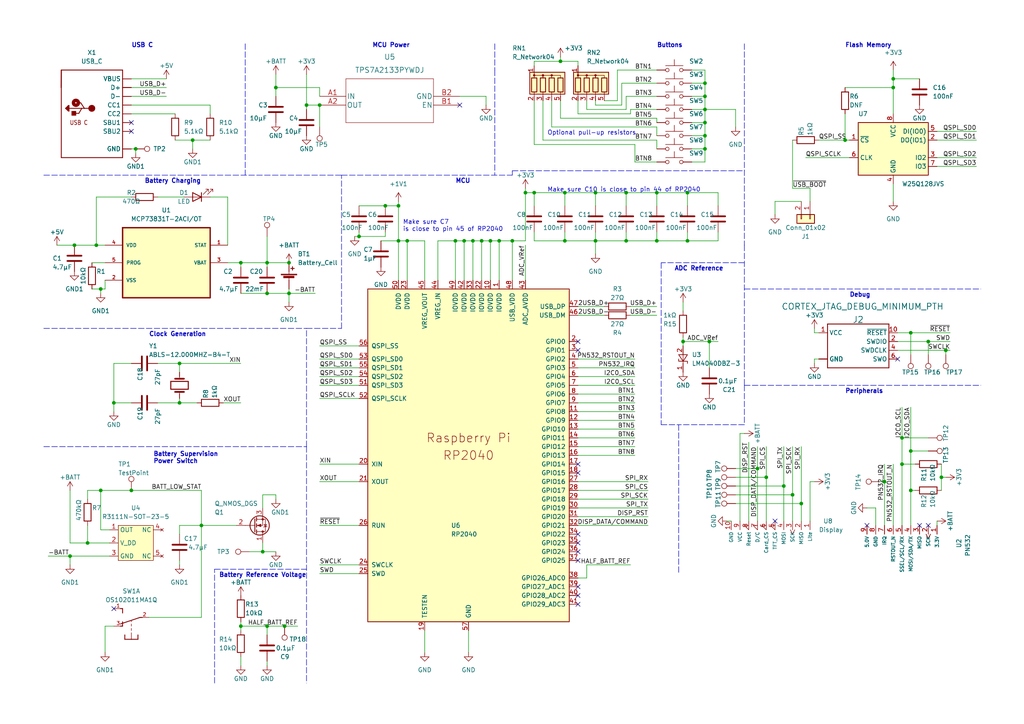
<source format=kicad_sch>
(kicad_sch (version 20211123) (generator eeschema)
  (paper "A4")
  (title_block (title "RFIDiceBoard") (date "2022-08-07") (rev "V0") (company "Andrew Troyer"))
  (lib_symbols
    (symbol "AndySeniorProjSymbols:ABLS-12.000MHZ-B4-T" (pin_numbers hide) (pin_names (offset 1.016) hide)
      (property "Reference" "Y" (at 0 3.81 0))
      (property "Value" "ABLS-12.000MHZ-B4-T" (at 0 -3.81 0))
      (symbol "ABLS-12.000MHZ-B4-T_1_1"
        (pin passive line (at -3.81 0 0) (length 1.27) (name "1") (number "1"))
        (pin passive line (at 3.81 0 180) (length 1.27) (name "2") (number "2"))
      )
    )
    (symbol "AndySeniorProjSymbols:Battery_Cell" (pin_numbers hide) (pin_names (offset 0) hide)
      (property "Reference" "BT" (at 2.54 2.54 0))
      (property "Value" "Battery_Cell" (at 2.54 0 0))
      (symbol "Battery_Cell_1_1"
        (pin passive line (at 0 5.08 270) (length 2.54) (name "+") (number "1"))
        (pin passive line (at 0 -2.54 90) (length 2.54) (name "-") (number "2"))
      )
    )
    (symbol "AndySeniorProjSymbols:C" (pin_numbers hide) (pin_names (offset 0.254))
      (property "Reference" "C" (at 0.635 2.54 0))
      (property "Value" "C" (at 0.635 -2.54 0))
      (symbol "C_1_1"
        (pin passive line (at 0 3.81 270) (length 2.794) (name "~") (number "1"))
        (pin passive line (at 0 -3.81 90) (length 2.794) (name "~") (number "2"))
      )
    )
    (symbol "AndySeniorProjSymbols:CORTEX_JTAG_DEBUG_MINIMUM_PTH"
      (property "Reference" "J1" (at -10.16 7.874 0))
      (property "Value" "CORTEX_JTAG_DEBUG_MINIMUM_PTH" (at -21 -10.5 0))
      (symbol "CORTEX_JTAG_DEBUG_MINIMUM_PTH_1_0"
        (pin bidirectional line (at -12.7 5.08 0) (length 2.54) (name "VCC") (number "1"))
        (pin bidirectional line (at 10.16 5.08 180) (length 2.54) (name "~{RESET}") (number "10"))
        (pin bidirectional line (at 10.16 2.54 180) (length 2.54) (name "SWDIO") (number "2"))
        (pin bidirectional line (at -12.7 -2.54 0) (length 2.54) (name "GND") (number "3"))
        (pin bidirectional line (at 10.16 0 180) (length 2.54) (name "SWDCLK") (number "4"))
        (pin bidirectional line (at -12.7 -2.54 0) (length 2.54) (name "GND") (number "5"))
        (pin bidirectional line (at 10.16 -2.54 180) (length 2.54) (name "SWO") (number "6"))
        (pin bidirectional line (at -12.7 -2.54 0) (length 2.54) (name "GND") (number "9"))
      )
    )
    (symbol "AndySeniorProjSymbols:LED" (pin_numbers hide) (pin_names (offset 1.016) hide)
      (property "Reference" "D" (at 0 2.54 0))
      (property "Value" "LED" (at 0 -2.54 0))
      (symbol "LED_1_1"
        (pin passive line (at -3.81 0 0) (length 2.54) (name "K") (number "1"))
        (pin passive line (at 3.81 0 180) (length 2.54) (name "A") (number "2"))
      )
    )
    (symbol "AndySeniorProjSymbols:MCP73831T-2ACI{slash}OT" (pin_names (offset 1.016))
      (property "Reference" "U" (at -4.1148 10.0838 0))
      (property "Value" "MCP73831T-2ACI{slash}OT" (at -5.9436 -17.1958 0))
      (symbol "MCP73831T-2ACI{slash}OT_0_0"
        (pin output line (at 17.78 2.54 180) (length 5.08) (name "STAT") (number "1"))
        (pin power_in line (at -17.78 -7.62 0) (length 5.08) (name "VSS") (number "2"))
        (pin output line (at 17.78 -2.54 180) (length 5.08) (name "VBAT") (number "3"))
        (pin power_in line (at -17.78 2.54 0) (length 5.08) (name "VDD") (number "4"))
        (pin input line (at -17.78 -2.54 0) (length 5.08) (name "PROG") (number "5"))
      )
    )
    (symbol "AndySeniorProjSymbols:R" (pin_numbers hide) (pin_names (offset 0))
      (property "Reference" "R" (at 2.032 0 90))
      (property "Value" "R" (at 0 0 90))
      (symbol "R_1_1"
        (pin passive line (at 0 3.81 270) (length 1.27) (name "~") (number "1"))
        (pin passive line (at 0 -3.81 90) (length 1.27) (name "~") (number "2"))
      )
    )
    (symbol "AndySeniorProjSymbols:R3111N-SOT-23-5"
      (property "Reference" "U" (at 0 -3.81 0))
      (property "Value" "R3111N-SOT-23-5" (at 0 2.54 0))
      (symbol "R3111N-SOT-23-5_1_1"
        (pin power_out line (at -7.62 -6.35 0) (length 2.54) (name "OUT") (number "1"))
        (pin power_in line (at -7.62 -10.16 0) (length 2.54) (name "V_DD") (number "2"))
        (pin power_in line (at -7.62 -13.97 0) (length 2.54) (name "GND") (number "3"))
        (pin no_connect line (at 7.62 -6.35 180) (length 2.54) (name "NC") (number "4"))
        (pin no_connect line (at 7.62 -13.97 180) (length 2.54) (name "NC") (number "5"))
      )
    )
    (symbol "AndySeniorProjSymbols:RP2040" (pin_names (offset 1.016))
      (property "Reference" "U" (at -29.21 49.53 0))
      (property "Value" "RP2040" (at 24.13 -49.53 0))
      (symbol "RP2040_0_0"
        (text "Raspberry Pi" (at 0 5.08 0) (effects (font (size 2.54 2.54))))
        (text "RP2040" (at 0 0 0) (effects (font (size 2.54 2.54))))
      )
      (symbol "RP2040_1_1"
        (pin power_in line (at 8.89 50.8 270) (length 2.54) (name "IOVDD") (number "1"))
        (pin power_in line (at 6.35 50.8 270) (length 2.54) (name "IOVDD") (number "10"))
        (pin bidirectional line (at 31.75 12.7 180) (length 2.54) (name "GPIO8") (number "11"))
        (pin bidirectional line (at 31.75 10.16 180) (length 2.54) (name "GPIO9") (number "12"))
        (pin bidirectional line (at 31.75 7.62 180) (length 2.54) (name "GPIO10") (number "13"))
        (pin bidirectional line (at 31.75 5.08 180) (length 2.54) (name "GPIO11") (number "14"))
        (pin bidirectional line (at 31.75 2.54 180) (length 2.54) (name "GPIO12") (number "15"))
        (pin bidirectional line (at 31.75 0 180) (length 2.54) (name "GPIO13") (number "16"))
        (pin bidirectional line (at 31.75 -2.54 180) (length 2.54) (name "GPIO14") (number "17"))
        (pin bidirectional line (at 31.75 -5.08 180) (length 2.54) (name "GPIO15") (number "18"))
        (pin passive line (at -12.7 -50.8 90) (length 2.54) (name "TESTEN") (number "19"))
        (pin bidirectional line (at 31.75 33.02 180) (length 2.54) (name "GPIO0") (number "2"))
        (pin input line (at -31.75 -2.54 0) (length 2.54) (name "XIN") (number "20"))
        (pin passive line (at -31.75 -7.62 0) (length 2.54) (name "XOUT") (number "21"))
        (pin power_in line (at 3.81 50.8 270) (length 2.54) (name "IOVDD") (number "22"))
        (pin power_in line (at -17.78 50.8 270) (length 2.54) (name "DVDD") (number "23"))
        (pin output line (at -31.75 -31.75 0) (length 2.54) (name "SWCLK") (number "24"))
        (pin bidirectional line (at -31.75 -34.29 0) (length 2.54) (name "SWD") (number "25"))
        (pin input line (at -31.75 -20.32 0) (length 2.54) (name "RUN") (number "26"))
        (pin bidirectional line (at 31.75 -7.62 180) (length 2.54) (name "GPIO16") (number "27"))
        (pin bidirectional line (at 31.75 -10.16 180) (length 2.54) (name "GPIO17") (number "28"))
        (pin bidirectional line (at 31.75 -12.7 180) (length 2.54) (name "GPIO18") (number "29"))
        (pin bidirectional line (at 31.75 30.48 180) (length 2.54) (name "GPIO1") (number "3"))
        (pin bidirectional line (at 31.75 -15.24 180) (length 2.54) (name "GPIO19") (number "30"))
        (pin bidirectional line (at 31.75 -17.78 180) (length 2.54) (name "GPIO20") (number "31"))
        (pin bidirectional line (at 31.75 -20.32 180) (length 2.54) (name "GPIO21") (number "32"))
        (pin power_in line (at 1.27 50.8 270) (length 2.54) (name "IOVDD") (number "33"))
        (pin bidirectional line (at 31.75 -22.86 180) (length 2.54) (name "GPIO22") (number "34"))
        (pin bidirectional line (at 31.75 -25.4 180) (length 2.54) (name "GPIO23") (number "35"))
        (pin bidirectional line (at 31.75 -27.94 180) (length 2.54) (name "GPIO24") (number "36"))
        (pin bidirectional line (at 31.75 -30.48 180) (length 2.54) (name "GPIO25") (number "37"))
        (pin bidirectional line (at 31.75 -35.56 180) (length 2.54) (name "GPIO26_ADC0") (number "38"))
        (pin bidirectional line (at 31.75 -38.1 180) (length 2.54) (name "GPIO27_ADC1") (number "39"))
        (pin bidirectional line (at 31.75 27.94 180) (length 2.54) (name "GPIO2") (number "4"))
        (pin bidirectional line (at 31.75 -40.64 180) (length 2.54) (name "GPIO28_ADC2") (number "40"))
        (pin bidirectional line (at 31.75 -43.18 180) (length 2.54) (name "GPIO29_ADC3") (number "41"))
        (pin power_in line (at -1.27 50.8 270) (length 2.54) (name "IOVDD") (number "42"))
        (pin power_in line (at 16.51 50.8 270) (length 2.54) (name "ADC_AVDD") (number "43"))
        (pin power_in line (at -8.89 50.8 270) (length 2.54) (name "VREG_IN") (number "44"))
        (pin power_out line (at -12.7 50.8 270) (length 2.54) (name "VREG_VOUT") (number "45"))
        (pin bidirectional line (at 31.75 40.64 180) (length 2.54) (name "USB_DM") (number "46"))
        (pin bidirectional line (at 31.75 43.18 180) (length 2.54) (name "USB_DP") (number "47"))
        (pin power_in line (at 12.7 50.8 270) (length 2.54) (name "USB_VDD") (number "48"))
        (pin power_in line (at -3.81 50.8 270) (length 2.54) (name "IOVDD") (number "49"))
        (pin bidirectional line (at 31.75 25.4 180) (length 2.54) (name "GPIO3") (number "5"))
        (pin power_in line (at -20.32 50.8 270) (length 2.54) (name "DVDD") (number "50"))
        (pin bidirectional line (at -31.75 20.32 0) (length 2.54) (name "QSPI_SD3") (number "51"))
        (pin output line (at -31.75 16.51 0) (length 2.54) (name "QSPI_SCLK") (number "52"))
        (pin bidirectional line (at -31.75 27.94 0) (length 2.54) (name "QSPI_SD0") (number "53"))
        (pin bidirectional line (at -31.75 22.86 0) (length 2.54) (name "QSPI_SD2") (number "54"))
        (pin bidirectional line (at -31.75 25.4 0) (length 2.54) (name "QSPI_SD1") (number "55"))
        (pin bidirectional line (at -31.75 31.75 0) (length 2.54) (name "QSPI_SS") (number "56"))
        (pin power_in line (at 0 -50.8 90) (length 2.54) (name "GND") (number "57"))
        (pin bidirectional line (at 31.75 22.86 180) (length 2.54) (name "GPIO4") (number "6"))
        (pin bidirectional line (at 31.75 20.32 180) (length 2.54) (name "GPIO5") (number "7"))
        (pin bidirectional line (at 31.75 17.78 180) (length 2.54) (name "GPIO6") (number "8"))
        (pin bidirectional line (at 31.75 15.24 180) (length 2.54) (name "GPIO7") (number "9"))
      )
    )
    (symbol "AndySeniorProjSymbols:TPS7A2133PYWDJ" (pin_names (offset 0.254))
      (property "Reference" "U" (at 20.32 10.16 0))
      (property "Value" "TPS7A2133PYWDJ" (at 20.32 7.62 0))
      (symbol "TPS7A2133PYWDJ_1_1"
        (pin input line (at 0 0 0) (length 7.62) (name "IN") (number "A1"))
        (pin output line (at 0 -2.54 0) (length 7.62) (name "OUT") (number "A2"))
        (pin input line (at 40.64 -2.54 180) (length 7.62) (name "EN") (number "B1"))
        (pin power_in line (at 40.64 0 180) (length 7.62) (name "GND") (number "B2"))
      )
    )
    (symbol "AndySeniorProjSymbols:ThroughHoldDisplayMount"
      (property "Reference" "U" (at 1.27 2.54 0))
      (property "Value" "ThroughHoldDisplayMount" (at 0 5.08 0))
      (symbol "ThroughHoldDisplayMount_1_1"
        (pin input line (at 0 0 0) (length 2.54) (name "Lite") (number "1"))
        (pin power_in line (at 0 -22.86 0) (length 2.54) (name "GND") (number "10"))
        (pin output line (at 0 -2.54 0) (length 2.54) (name "MISO") (number "2"))
        (pin input clock (at 0 -5.08 0) (length 2.54) (name "SCK") (number "3"))
        (pin input line (at 0 -7.62 0) (length 2.54) (name "MOSI") (number "4"))
        (pin input input_low (at 0 -10.16 0) (length 2.54) (name "TFT_CS") (number "5"))
        (pin input input_low (at 0 -12.7 0) (length 2.54) (name "Card_CS") (number "6"))
        (pin input input_low (at 0 -15.24 0) (length 2.54) (name "D/C") (number "7"))
        (pin input input_low (at 0 -17.78 0) (length 2.54) (name "Reset") (number "8"))
        (pin power_in line (at 0 -20.32 0) (length 2.54) (name "VCC") (number "9"))
      )
    )
    (symbol "AndySeniorProjSymbols:ThroughHoldPN532BrkOutBoardMount"
      (property "Reference" "U" (at 2.54 6.35 0))
      (property "Value" "ThroughHoldPN532BrkOutBoardMount" (at 1.27 3.81 0))
      (symbol "ThroughHoldPN532BrkOutBoardMount_1_1"
        (pin power_in line (at 0 0 0) (length 2.54) (name "3.3V") (number "1"))
        (pin input clock (at 0 -2.54 0) (length 2.54) (name "SCK") (number "2"))
        (pin output line (at 0 -5.08 0) (length 2.54) (name "MISO") (number "3"))
        (pin output line (at 0 -7.62 0) (length 2.54) (name "MOSI/SDA/TX") (number "4"))
        (pin input line (at 0 -10.16 0) (length 2.54) (name "SSEL/SCL/RX") (number "5"))
        (pin input line (at 0 -12.7 0) (length 2.54) (name "RSTOUT_N") (number "6"))
        (pin output line (at 0 -15.24 0) (length 2.54) (name "IRQ") (number "7"))
        (pin power_in line (at 0 -17.78 0) (length 2.54) (name "GND") (number "8"))
        (pin power_in line (at 0 -20.32 0) (length 2.54) (name "5.0V") (number "9"))
      )
    )
    (symbol "AndySeniorProjSymbols:USB_C"
      (property "Reference" "X" (at -10.16 13.716 0))
      (property "Value" "USB_C" (at -10.16 -15.24 0))
      (symbol "USB_C_1_0"
        (text "USB C" (at -5.08 -2.54 0) (effects (font (size 1.27 1.0795))))
        (pin power_in line (at 10.16 -10.16 180) (length 2.54) (name "GND") (number "A1B12"))
        (pin power_in line (at 10.16 10.16 180) (length 2.54) (name "VBUS") (number "A4B9"))
        (pin bidirectional line (at 10.16 2.54 180) (length 2.54) (name "CC1") (number "A5"))
        (pin bidirectional line (at 10.16 7.62 180) (length 2.54) (name "D+") (number "A6"))
        (pin bidirectional line (at 10.16 5.08 180) (length 2.54) (name "D-") (number "A7"))
        (pin bidirectional line (at 10.16 -2.54 180) (length 2.54) (name "SBU1") (number "A8"))
        (pin power_in line (at 10.16 -10.16 180) (length 2.54) (name "GND") (number "B1A12"))
        (pin power_in line (at 10.16 10.16 180) (length 2.54) (name "VBUS") (number "B4A9"))
        (pin bidirectional line (at 10.16 0 180) (length 2.54) (name "CC2") (number "B5"))
        (pin bidirectional line (at 10.16 7.62 180) (length 2.54) (name "D+") (number "B6"))
        (pin bidirectional line (at 10.16 5.08 180) (length 2.54) (name "D-") (number "B7"))
        (pin bidirectional line (at 10.16 -5.08 180) (length 2.54) (name "SBU2") (number "B8"))
      )
    )
    (symbol "AndySeniorProjSymbols:W25Q128JVS"
      (property "Reference" "U" (at -8.89 8.89 0))
      (property "Value" "W25Q128JVS" (at 7.62 8.89 0))
      (symbol "W25Q128JVS_1_1"
        (pin input line (at -12.7 2.54 0) (length 2.54) (name "~{CS}") (number "1"))
        (pin bidirectional line (at 12.7 2.54 180) (length 2.54) (name "DO(IO1)") (number "2"))
        (pin bidirectional line (at 12.7 -2.54 180) (length 2.54) (name "IO2") (number "3"))
        (pin power_in line (at 0 -10.16 90) (length 2.54) (name "GND") (number "4"))
        (pin bidirectional line (at 12.7 5.08 180) (length 2.54) (name "DI(IO0)") (number "5"))
        (pin input line (at -12.7 -2.54 0) (length 2.54) (name "CLK") (number "6"))
        (pin bidirectional line (at 12.7 -5.08 180) (length 2.54) (name "IO3") (number "7"))
        (pin power_in line (at 0 10.16 270) (length 2.54) (name "VCC") (number "8"))
      )
    )
    (symbol "Connector:TestPoint" (pin_numbers hide) (pin_names (offset 0.762) hide)
      (property "Reference" "TP" (at 0 6.858 0))
      (property "Value" "TestPoint" (at 0 5.08 0))
      (symbol "TestPoint_1_1"
        (pin passive line (at 0 0 90) (length 2.54) (name "1") (number "1"))
      )
    )
    (symbol "Connector_Generic:Conn_01x02" (pin_names (offset 1.016) hide)
      (property "Reference" "J" (at 0 2.54 0))
      (property "Value" "Conn_01x02" (at 0 -5.08 0))
      (symbol "Conn_01x02_1_1"
        (pin passive line (at -5.08 0 0) (length 3.81) (name "Pin_1") (number "1"))
        (pin passive line (at -5.08 -2.54 0) (length 3.81) (name "Pin_2") (number "2"))
      )
    )
    (symbol "Device:Q_NMOS_DGS" (pin_names (offset 0) hide)
      (property "Reference" "Q" (at 5.08 1.27 0))
      (property "Value" "Q_NMOS_DGS" (at 5.08 -1.27 0))
      (symbol "Q_NMOS_DGS_1_1"
        (pin passive line (at 2.54 5.08 270) (length 2.54) (name "D") (number "1"))
        (pin input line (at -5.08 0 0) (length 2.54) (name "G") (number "2"))
        (pin passive line (at 2.54 -5.08 90) (length 2.54) (name "S") (number "3"))
      )
    )
    (symbol "Device:R_Network04" (pin_names (offset 0) hide)
      (property "Reference" "RN" (at -7.62 0 90))
      (property "Value" "R_Network04" (at 5.08 0 90))
      (symbol "R_Network04_1_1"
        (pin passive line (at -5.08 5.08 270) (length 2.54) (name "common") (number "1"))
        (pin passive line (at -5.08 -5.08 90) (length 1.27) (name "R1") (number "2"))
        (pin passive line (at -2.54 -5.08 90) (length 1.27) (name "R2") (number "3"))
        (pin passive line (at 0 -5.08 90) (length 1.27) (name "R3") (number "4"))
        (pin passive line (at 2.54 -5.08 90) (length 1.27) (name "R4") (number "5"))
      )
    )
    (symbol "OS102011MA1Q:OS102011MA1Q" (pin_names (offset 1.016))
      (property "Reference" "SW" (at -8.255 -1.905 90))
      (property "Value" "OS102011MA1Q" (at -5.715 2.54 90))
      (symbol "OS102011MA1Q_1_0"
        (pin passive line (at 2.54 5.08 270) (length 2.54) (name "~") (number "1"))
        (pin passive line (at 0 -5.08 90) (length 2.54) (name "~") (number "2"))
        (pin passive line (at -2.54 5.08 270) (length 2.54) (name "~") (number "3"))
      )
      (symbol "OS102011MA1Q_2_0"
        (pin passive line (at 0 0 0) (length 5.08) (name "MT") (number "MT1"))
      )
      (symbol "OS102011MA1Q_3_0"
        (pin passive line (at 0 0 0) (length 5.08) (name "MT") (number "MT2"))
      )
    )
    (symbol "Reference_Voltage:LM4040DBZ-3" (pin_names (offset 0.0254) hide)
      (property "Reference" "U" (at 0 2.54 0))
      (property "Value" "LM4040DBZ-3" (at 0 -3.175 0))
      (symbol "LM4040DBZ-3_1_1"
        (pin passive line (at 3.81 0 180) (length 2.54) (name "K") (number "1"))
        (pin passive line (at -3.81 0 0) (length 2.54) (name "A") (number "2"))
      )
    )
    (symbol "Switch:SW_Push" (pin_numbers hide) (pin_names (offset 1.016) hide)
      (property "Reference" "SW" (at 1.27 2.54 0))
      (property "Value" "SW_Push" (at 0 -1.524 0))
      (symbol "SW_Push_0_1"
        (pin passive line (at -5.08 0 0) (length 2.54) (name "1") (number "1"))
        (pin passive line (at 5.08 0 180) (length 2.54) (name "2") (number "2"))
      )
    )
    (symbol "power:+1V1" (power) (pin_names (offset 0))
      (property "Value" "+1V1" (at 0 3.556 0))
      (symbol "+1V1_1_1"
        (pin power_in line (at 0 0 90) (length 0) hide (name "+1V1") (number "1"))
      )
    )
    (symbol "power:+3.3V" (power) (pin_names (offset 0))
      (property "Value" "+3.3V" (at 0 3.556 0))
      (symbol "+3.3V_1_1"
        (pin power_in line (at 0 0 90) (length 0) hide (name "+3V3") (number "1"))
      )
    )
    (symbol "power:+5V" (power) (pin_names (offset 0))
      (property "Value" "+5V" (at 0 3.556 0))
      (symbol "+5V_1_1"
        (pin power_in line (at 0 0 90) (length 0) hide (name "+5V") (number "1"))
      )
    )
    (symbol "power:+BATT" (power) (pin_names (offset 0))
      (property "Value" "+BATT" (at 0 3.556 0))
      (symbol "+BATT_1_1"
        (pin power_in line (at 0 0 90) (length 0) hide (name "+BATT") (number "1"))
      )
    )
    (symbol "power:GND" (power) (pin_names (offset 0))
      (property "Value" "GND" (at 0 -3.81 0))
      (symbol "GND_1_1"
        (pin power_in line (at 0 0 270) (length 0) hide (name "GND") (number "1"))
      )
    )
    (symbol "power:GND1" (power) (pin_names (offset 0))
      (property "Value" "GND1" (at 0 -3.81 0))
      (symbol "GND1_1_1"
        (pin power_in line (at 0 0 270) (length 0) hide (name "GND1") (number "1"))
      )
    )
  )
  (junction (at 69.85 181.61))
  (junction (at 77.47 76.2))
  (junction (at 20.32 161.29))
  (junction (at 118.11 69.85))
  (junction (at 92.71 30.48))
  (junction (at 204.47 24.13))
  (junction (at 204.47 31.75))
  (junction (at 172.72 55.88))
  (junction (at 77.47 181.61))
  (junction (at 227.33 140.97))
  (junction (at 229.87 143.51))
  (junction (at 273.05 138.43))
  (junction (at 199.39 69.85))
  (junction (at 154.94 55.88))
  (junction (at 152.4 55.88))
  (junction (at 52.07 105.41))
  (junction (at 264.16 130.81))
  (junction (at 83.82 85.09))
  (junction (at 172.72 69.85))
  (junction (at 190.5 69.85))
  (junction (at 163.83 69.85))
  (junction (at 115.57 59.69))
  (junction (at 204.47 35.56))
  (junction (at 137.16 69.85))
  (junction (at 132.08 69.85))
  (junction (at 259.08 22.86))
  (junction (at 83.82 76.2))
  (junction (at 77.47 85.09))
  (junction (at 264.16 142.24))
  (junction (at 142.24 69.85))
  (junction (at 190.5 55.88))
  (junction (at 29.21 142.24))
  (junction (at 58.42 152.4))
  (junction (at 21.59 71.12))
  (junction (at 163.83 55.88))
  (junction (at 219.71 135.89))
  (junction (at 144.78 69.85))
  (junction (at 274.32 101.6))
  (junction (at 27.94 71.12))
  (junction (at 82.55 181.61))
  (junction (at 148.59 69.85))
  (junction (at 205.74 99.06))
  (junction (at 80.01 25.4))
  (junction (at 162.56 17.78))
  (junction (at 269.24 99.06))
  (junction (at 264.16 96.52))
  (junction (at 115.57 69.85))
  (junction (at 111.76 59.69))
  (junction (at 52.07 116.84))
  (junction (at 29.21 83.82))
  (junction (at 256.54 139.7))
  (junction (at 88.9 30.48))
  (junction (at 104.14 68.58))
  (junction (at 38.1 142.24))
  (junction (at 259.08 25.4))
  (junction (at 33.02 116.84))
  (junction (at 204.47 43.18))
  (junction (at 25.4 157.48))
  (junction (at 245.11 40.64))
  (junction (at 204.47 27.94))
  (junction (at 55.88 40.64))
  (junction (at 76.2 160.02))
  (junction (at 199.39 55.88))
  (junction (at 222.25 138.43))
  (junction (at 204.47 39.37))
  (junction (at 261.62 127))
  (junction (at 69.85 76.2))
  (junction (at 181.61 69.85))
  (junction (at 139.7 69.85))
  (junction (at 232.41 146.05))
  (junction (at 181.61 55.88))
  (junction (at 39.37 43.18))
  (junction (at 134.62 69.85))
  (junction (at 198.12 99.06))
  (junction (at 261.62 134.62))
  (no_connect (at 260.35 104.14))
  (no_connect (at 133.35 30.48))
  (no_connect (at 33.02 176.53))
  (no_connect (at 38.1 38.1))
  (no_connect (at 38.1 35.56))
  (no_connect (at 266.7 152.4))
  (no_connect (at 269.24 152.4))
  (no_connect (at 251.46 152.4))
  (no_connect (at 224.79 151.13))
  (no_connect (at 167.64 101.6))
  (no_connect (at 167.64 99.06))
  (no_connect (at 167.64 137.16))
  (no_connect (at 167.64 134.62))
  (no_connect (at 167.64 157.48))
  (no_connect (at 167.64 154.94))
  (no_connect (at 167.64 162.56))
  (no_connect (at 167.64 160.02))
  (no_connect (at 167.64 175.26))
  (no_connect (at 167.64 172.72))
  (no_connect (at 167.64 170.18))
  (wire (pts (xy 227.33 140.97) (xy 227.33 151.13)))
  (wire (pts (xy 229.87 54.61) (xy 229.87 40.64)))
  (polyline (pts (xy 148.59 50.8) (xy 148.59 49.53)))
  (wire (pts (xy 190.5 55.88) (xy 199.39 55.88)))
  (wire (pts (xy 162.56 16.51) (xy 162.56 17.78)))
  (wire (pts (xy 167.64 129.54) (xy 184.15 129.54)))
  (wire (pts (xy 38.1 22.86) (xy 48.26 22.86)))
  (wire (pts (xy 236.22 95.25) (xy 236.22 96.52)))
  (wire (pts (xy 137.16 69.85) (xy 139.7 69.85)))
  (wire (pts (xy 83.82 85.09) (xy 77.47 85.09)))
  (wire (pts (xy 123.19 182.88) (xy 123.19 189.23)))
  (wire (pts (xy 25.4 142.24) (xy 29.21 142.24)))
  (wire (pts (xy 134.62 69.85) (xy 134.62 81.28)))
  (wire (pts (xy 45.72 105.41) (xy 52.07 105.41)))
  (wire (pts (xy 260.35 101.6) (xy 274.32 101.6)))
  (wire (pts (xy 88.9 31.75) (xy 88.9 30.48)))
  (wire (pts (xy 25.4 152.4) (xy 25.4 157.48)))
  (wire (pts (xy 274.32 101.6) (xy 275.59 101.6)))
  (wire (pts (xy 181.61 69.85) (xy 190.5 69.85)))
  (polyline (pts (xy 88.9 129.54) (xy 88.9 95.25)))
  (wire (pts (xy 92.71 109.22) (xy 104.14 109.22)))
  (wire (pts (xy 259.08 134.62) (xy 259.08 152.4)))
  (polyline (pts (xy 12.7 129.54) (xy 88.9 129.54)))
  (wire (pts (xy 115.57 69.85) (xy 115.57 81.28)))
  (wire (pts (xy 69.85 76.2) (xy 77.47 76.2)))
  (wire (pts (xy 256.54 139.7) (xy 256.54 152.4)))
  (wire (pts (xy 172.72 69.85) (xy 172.72 73.66)))
  (wire (pts (xy 104.14 68.58) (xy 102.87 68.58)))
  (wire (pts (xy 162.56 17.78) (xy 167.64 17.78)))
  (wire (pts (xy 198.12 99.06) (xy 198.12 100.33)))
  (wire (pts (xy 213.36 31.75) (xy 213.36 36.83)))
  (wire (pts (xy 20.32 161.29) (xy 20.32 163.83)))
  (wire (pts (xy 38.1 30.48) (xy 60.96 30.48)))
  (wire (pts (xy 271.78 38.1) (xy 283.21 38.1)))
  (polyline (pts (xy 215.9 111.76) (xy 284.48 111.76)))
  (wire (pts (xy 204.47 39.37) (xy 200.66 39.37)))
  (wire (pts (xy 204.47 20.32) (xy 204.47 24.13)))
  (wire (pts (xy 180.34 30.48) (xy 172.72 30.48)))
  (wire (pts (xy 77.47 191.77) (xy 77.47 193.04)))
  (wire (pts (xy 217.17 128.27) (xy 217.17 151.13)))
  (wire (pts (xy 219.71 135.89) (xy 219.71 151.13)))
  (wire (pts (xy 77.47 68.58) (xy 77.47 76.2)))
  (wire (pts (xy 144.78 69.85) (xy 144.78 81.28)))
  (polyline (pts (xy 191.77 123.19) (xy 196.85 123.19)))
  (wire (pts (xy 77.47 76.2) (xy 83.82 76.2)))
  (wire (pts (xy 264.16 142.24) (xy 264.16 152.4)))
  (wire (pts (xy 92.71 152.4) (xy 104.14 152.4)))
  (wire (pts (xy 77.47 181.61) (xy 77.47 184.15)))
  (wire (pts (xy 139.7 69.85) (xy 139.7 81.28)))
  (wire (pts (xy 52.07 116.84) (xy 57.15 116.84)))
  (wire (pts (xy 170.18 163.83) (xy 182.88 163.83)))
  (wire (pts (xy 170.18 29.21) (xy 170.18 31.75)))
  (wire (pts (xy 204.47 31.75) (xy 204.47 35.56)))
  (wire (pts (xy 157.48 40.64) (xy 157.48 29.21)))
  (wire (pts (xy 58.42 152.4) (xy 68.58 152.4)))
  (wire (pts (xy 27.94 71.12) (xy 27.94 57.15)))
  (wire (pts (xy 80.01 143.51) (xy 80.01 144.78)))
  (wire (pts (xy 30.48 81.28) (xy 30.48 83.82)))
  (wire (pts (xy 204.47 24.13) (xy 200.66 24.13)))
  (wire (pts (xy 58.42 142.24) (xy 58.42 152.4)))
  (wire (pts (xy 184.15 46.99) (xy 190.5 46.99)))
  (wire (pts (xy 69.85 181.61) (xy 69.85 182.88)))
  (wire (pts (xy 227.33 129.54) (xy 227.33 140.97)))
  (wire (pts (xy 148.59 69.85) (xy 152.4 69.85)))
  (wire (pts (xy 69.85 180.34) (xy 69.85 181.61)))
  (polyline (pts (xy 170.18 49.53) (xy 170.18 49.53)))
  (wire (pts (xy 181.61 31.75) (xy 181.61 27.94)))
  (wire (pts (xy 261.62 118.11) (xy 261.62 127)))
  (wire (pts (xy 167.64 106.68) (xy 184.15 106.68)))
  (wire (pts (xy 29.21 83.82) (xy 30.48 83.82)))
  (wire (pts (xy 69.85 193.04) (xy 69.85 190.5)))
  (wire (pts (xy 110.49 69.85) (xy 115.57 69.85)))
  (wire (pts (xy 83.82 85.09) (xy 91.44 85.09)))
  (wire (pts (xy 167.64 29.21) (xy 167.64 33.02)))
  (wire (pts (xy 222.25 129.54) (xy 222.25 138.43)))
  (wire (pts (xy 182.88 91.44) (xy 190.5 91.44)))
  (wire (pts (xy 237.49 104.14) (xy 236.22 104.14)))
  (wire (pts (xy 254 152.4) (xy 254 147.32)))
  (wire (pts (xy 20.32 157.48) (xy 25.4 157.48)))
  (wire (pts (xy 25.4 157.48) (xy 31.75 157.48)))
  (polyline (pts (xy 62.23 198.12) (xy 62.23 165.1)))
  (polyline (pts (xy 71.12 12.7) (xy 71.12 50.8)))
  (wire (pts (xy 236.22 96.52) (xy 237.49 96.52)))
  (wire (pts (xy 76.2 143.51) (xy 80.01 143.51)))
  (polyline (pts (xy 99.06 95.25) (xy 99.06 50.8)))
  (wire (pts (xy 132.08 69.85) (xy 134.62 69.85)))
  (wire (pts (xy 271.78 45.72) (xy 283.21 45.72)))
  (wire (pts (xy 179.07 20.32) (xy 190.5 20.32)))
  (wire (pts (xy 139.7 69.85) (xy 142.24 69.85)))
  (wire (pts (xy 118.11 69.85) (xy 123.19 69.85)))
  (wire (pts (xy 274.32 101.6) (xy 274.32 102.87)))
  (wire (pts (xy 115.57 59.69) (xy 115.57 69.85)))
  (wire (pts (xy 33.02 105.41) (xy 33.02 116.84)))
  (wire (pts (xy 167.64 91.44) (xy 175.26 91.44)))
  (wire (pts (xy 181.61 27.94) (xy 190.5 27.94)))
  (wire (pts (xy 167.64 121.92) (xy 184.15 121.92)))
  (wire (pts (xy 92.71 25.4) (xy 92.71 27.94)))
  (wire (pts (xy 154.94 69.85) (xy 163.83 69.85)))
  (wire (pts (xy 92.71 104.14) (xy 104.14 104.14)))
  (wire (pts (xy 154.94 41.91) (xy 154.94 29.21)))
  (wire (pts (xy 45.72 116.84) (xy 52.07 116.84)))
  (wire (pts (xy 92.71 100.33) (xy 104.14 100.33)))
  (wire (pts (xy 82.55 181.61) (xy 86.36 181.61)))
  (wire (pts (xy 190.5 36.83) (xy 190.5 39.37)))
  (wire (pts (xy 115.57 58.42) (xy 115.57 59.69)))
  (polyline (pts (xy 143.51 20.32) (xy 143.51 50.8)))
  (wire (pts (xy 115.57 69.85) (xy 118.11 69.85)))
  (wire (pts (xy 132.08 69.85) (xy 132.08 81.28)))
  (wire (pts (xy 259.08 22.86) (xy 266.7 22.86)))
  (polyline (pts (xy 215.9 123.19) (xy 196.85 123.19)))
  (wire (pts (xy 76.2 143.51) (xy 76.2 147.32)))
  (wire (pts (xy 234.95 58.42) (xy 234.95 54.61)))
  (wire (pts (xy 92.71 166.37) (xy 104.14 166.37)))
  (wire (pts (xy 208.28 55.88) (xy 208.28 59.69)))
  (polyline (pts (xy 62.23 165.1) (xy 88.9 165.1)))
  (wire (pts (xy 172.72 69.85) (xy 181.61 69.85)))
  (wire (pts (xy 66.04 76.2) (xy 69.85 76.2)))
  (wire (pts (xy 179.07 29.21) (xy 179.07 20.32)))
  (wire (pts (xy 30.48 181.61) (xy 33.02 181.61)))
  (wire (pts (xy 92.71 139.7) (xy 104.14 139.7)))
  (wire (pts (xy 234.95 54.61) (xy 229.87 54.61)))
  (wire (pts (xy 160.02 36.83) (xy 160.02 29.21)))
  (wire (pts (xy 205.74 106.68) (xy 205.74 99.06)))
  (wire (pts (xy 43.18 179.07) (xy 58.42 179.07)))
  (wire (pts (xy 39.37 43.18) (xy 39.37 44.45)))
  (wire (pts (xy 259.08 53.34) (xy 259.08 58.42)))
  (wire (pts (xy 167.64 114.3) (xy 184.15 114.3)))
  (wire (pts (xy 167.64 111.76) (xy 184.15 111.76)))
  (wire (pts (xy 55.88 40.64) (xy 60.96 40.64)))
  (wire (pts (xy 80.01 25.4) (xy 80.01 27.94)))
  (wire (pts (xy 198.12 87.63) (xy 198.12 90.17)))
  (wire (pts (xy 92.71 106.68) (xy 104.14 106.68)))
  (wire (pts (xy 80.01 25.4) (xy 92.71 25.4)))
  (wire (pts (xy 76.2 157.48) (xy 76.2 160.02)))
  (polyline (pts (xy 143.51 20.32) (xy 143.51 20.32)))
  (wire (pts (xy 269.24 130.81) (xy 264.16 130.81)))
  (polyline (pts (xy 215.9 111.76) (xy 215.9 123.19)))
  (wire (pts (xy 72.39 160.02) (xy 76.2 160.02)))
  (wire (pts (xy 265.43 142.24) (xy 264.16 142.24)))
  (wire (pts (xy 172.72 67.31) (xy 172.72 69.85)))
  (wire (pts (xy 167.64 139.7) (xy 187.96 139.7)))
  (wire (pts (xy 229.87 143.51) (xy 229.87 151.13)))
  (wire (pts (xy 224.79 58.42) (xy 232.41 58.42)))
  (wire (pts (xy 181.61 67.31) (xy 181.61 69.85)))
  (wire (pts (xy 60.96 57.15) (xy 66.04 57.15)))
  (wire (pts (xy 199.39 55.88) (xy 199.39 59.69)))
  (wire (pts (xy 167.64 132.08) (xy 184.15 132.08)))
  (wire (pts (xy 52.07 162.56) (xy 52.07 163.83)))
  (wire (pts (xy 92.71 36.83) (xy 92.71 30.48)))
  (wire (pts (xy 180.34 24.13) (xy 180.34 30.48)))
  (polyline (pts (xy 12.7 95.25) (xy 88.9 95.25)))
  (wire (pts (xy 127 69.85) (xy 132.08 69.85)))
  (wire (pts (xy 259.08 22.86) (xy 259.08 25.4)))
  (polyline (pts (xy 170.18 49.53) (xy 215.9 49.53)))
  (wire (pts (xy 92.71 111.76) (xy 104.14 111.76)))
  (wire (pts (xy 204.47 31.75) (xy 200.66 31.75)))
  (wire (pts (xy 167.64 88.9) (xy 175.26 88.9)))
  (wire (pts (xy 52.07 152.4) (xy 52.07 154.94)))
  (wire (pts (xy 157.48 40.64) (xy 190.5 40.64)))
  (wire (pts (xy 269.24 99.06) (xy 269.24 102.87)))
  (wire (pts (xy 264.16 130.81) (xy 264.16 142.24)))
  (wire (pts (xy 219.71 129.54) (xy 219.71 135.89)))
  (wire (pts (xy 69.85 181.61) (xy 77.47 181.61)))
  (wire (pts (xy 204.47 35.56) (xy 204.47 39.37)))
  (wire (pts (xy 182.88 33.02) (xy 167.64 33.02)))
  (wire (pts (xy 154.94 55.88) (xy 163.83 55.88)))
  (wire (pts (xy 180.34 24.13) (xy 190.5 24.13)))
  (wire (pts (xy 214.63 151.13) (xy 214.63 125.73)))
  (wire (pts (xy 77.47 77.47) (xy 77.47 76.2)))
  (wire (pts (xy 77.47 85.09) (xy 69.85 85.09)))
  (wire (pts (xy 245.11 33.02) (xy 245.11 40.64)))
  (polyline (pts (xy 196.85 123.19) (xy 196.85 166.37)))
  (wire (pts (xy 205.74 99.06) (xy 208.28 99.06)))
  (wire (pts (xy 204.47 46.99) (xy 200.66 46.99)))
  (wire (pts (xy 198.12 99.06) (xy 205.74 99.06)))
  (wire (pts (xy 167.64 142.24) (xy 187.96 142.24)))
  (wire (pts (xy 76.2 160.02) (xy 80.01 160.02)))
  (wire (pts (xy 199.39 69.85) (xy 208.28 69.85)))
  (wire (pts (xy 256.54 134.62) (xy 256.54 139.7)))
  (wire (pts (xy 190.5 35.56) (xy 190.5 34.29)))
  (wire (pts (xy 212.09 151.13) (xy 210.82 151.13)))
  (wire (pts (xy 163.83 69.85) (xy 172.72 69.85)))
  (polyline (pts (xy 215.9 83.82) (xy 284.48 83.82)))
  (wire (pts (xy 29.21 142.24) (xy 29.21 153.67)))
  (wire (pts (xy 52.07 105.41) (xy 52.07 107.95)))
  (polyline (pts (xy 215.9 71.12) (xy 215.9 111.76)))
  (polyline (pts (xy 12.7 50.8) (xy 99.06 50.8)))
  (wire (pts (xy 264.16 96.52) (xy 275.59 96.52)))
  (polyline (pts (xy 143.51 12.7) (xy 143.51 20.32)))
  (wire (pts (xy 269.24 127) (xy 261.62 127)))
  (wire (pts (xy 190.5 69.85) (xy 199.39 69.85)))
  (wire (pts (xy 66.04 57.15) (xy 66.04 71.12)))
  (wire (pts (xy 214.63 125.73) (xy 215.9 125.73)))
  (wire (pts (xy 140.97 27.94) (xy 140.97 30.48)))
  (wire (pts (xy 204.47 43.18) (xy 200.66 43.18)))
  (wire (pts (xy 269.24 99.06) (xy 275.59 99.06)))
  (wire (pts (xy 170.18 31.75) (xy 181.61 31.75)))
  (wire (pts (xy 33.02 116.84) (xy 38.1 116.84)))
  (wire (pts (xy 254 147.32) (xy 251.46 147.32)))
  (wire (pts (xy 245.11 25.4) (xy 259.08 25.4)))
  (wire (pts (xy 182.88 31.75) (xy 190.5 31.75)))
  (wire (pts (xy 104.14 67.31) (xy 104.14 68.58)))
  (wire (pts (xy 20.32 142.24) (xy 20.32 157.48)))
  (wire (pts (xy 175.26 29.21) (xy 179.07 29.21)))
  (wire (pts (xy 264.16 118.11) (xy 264.16 130.81)))
  (wire (pts (xy 60.96 30.48) (xy 60.96 33.02)))
  (wire (pts (xy 264.16 96.52) (xy 264.16 102.87)))
  (wire (pts (xy 38.1 27.94) (xy 48.26 27.94)))
  (polyline (pts (xy 99.06 50.8) (xy 148.59 50.8)))
  (wire (pts (xy 137.16 69.85) (xy 137.16 81.28)))
  (wire (pts (xy 162.56 29.21) (xy 162.56 34.29)))
  (wire (pts (xy 27.94 57.15) (xy 38.1 57.15)))
  (wire (pts (xy 163.83 67.31) (xy 163.83 69.85)))
  (wire (pts (xy 92.71 30.48) (xy 88.9 30.48)))
  (wire (pts (xy 271.78 40.64) (xy 283.21 40.64)))
  (wire (pts (xy 16.51 71.12) (xy 21.59 71.12)))
  (wire (pts (xy 172.72 55.88) (xy 181.61 55.88)))
  (wire (pts (xy 190.5 67.31) (xy 190.5 69.85)))
  (wire (pts (xy 52.07 115.57) (xy 52.07 116.84)))
  (wire (pts (xy 199.39 55.88) (xy 208.28 55.88)))
  (wire (pts (xy 190.5 34.29) (xy 162.56 34.29)))
  (wire (pts (xy 204.47 35.56) (xy 200.66 35.56)))
  (wire (pts (xy 256.54 139.7) (xy 255.27 139.7)))
  (wire (pts (xy 58.42 152.4) (xy 58.42 179.07)))
  (wire (pts (xy 160.02 36.83) (xy 190.5 36.83)))
  (wire (pts (xy 273.05 134.62) (xy 273.05 138.43)))
  (wire (pts (xy 80.01 21.59) (xy 80.01 25.4)))
  (wire (pts (xy 52.07 152.4) (xy 58.42 152.4)))
  (wire (pts (xy 236.22 139.7) (xy 234.95 139.7)))
  (wire (pts (xy 204.47 39.37) (xy 204.47 43.18)))
  (wire (pts (xy 219.71 135.89) (xy 213.36 135.89)))
  (wire (pts (xy 181.61 55.88) (xy 190.5 55.88)))
  (wire (pts (xy 261.62 127) (xy 261.62 134.62)))
  (polyline (pts (xy 148.59 49.53) (xy 170.18 49.53)))
  (wire (pts (xy 88.9 21.59) (xy 88.9 30.48)))
  (wire (pts (xy 163.83 55.88) (xy 163.83 59.69)))
  (wire (pts (xy 229.87 129.54) (xy 229.87 143.51)))
  (polyline (pts (xy 215.9 12.7) (xy 215.9 71.12)))
  (wire (pts (xy 172.72 55.88) (xy 172.72 59.69)))
  (wire (pts (xy 222.25 138.43) (xy 213.36 138.43)))
  (wire (pts (xy 222.25 138.43) (xy 222.25 151.13)))
  (wire (pts (xy 260.35 99.06) (xy 269.24 99.06)))
  (wire (pts (xy 167.64 167.64) (xy 170.18 167.64)))
  (wire (pts (xy 38.1 33.02) (xy 50.8 33.02)))
  (wire (pts (xy 134.62 69.85) (xy 137.16 69.85)))
  (wire (pts (xy 273.05 138.43) (xy 273.05 142.24)))
  (wire (pts (xy 55.88 40.64) (xy 55.88 43.18)))
  (wire (pts (xy 259.08 20.32) (xy 259.08 22.86)))
  (wire (pts (xy 182.88 88.9) (xy 190.5 88.9)))
  (wire (pts (xy 271.78 48.26) (xy 283.21 48.26)))
  (wire (pts (xy 232.41 129.54) (xy 232.41 146.05)))
  (wire (pts (xy 38.1 43.18) (xy 39.37 43.18)))
  (wire (pts (xy 152.4 71.12) (xy 152.4 81.28)))
  (wire (pts (xy 26.67 83.82) (xy 29.21 83.82)))
  (wire (pts (xy 167.64 144.78) (xy 187.96 144.78)))
  (wire (pts (xy 64.77 116.84) (xy 69.85 116.84)))
  (wire (pts (xy 33.02 116.84) (xy 33.02 119.38)))
  (wire (pts (xy 167.64 116.84) (xy 184.15 116.84)))
  (wire (pts (xy 38.1 142.24) (xy 58.42 142.24)))
  (wire (pts (xy 274.32 138.43) (xy 273.05 138.43)))
  (wire (pts (xy 233.68 45.72) (xy 246.38 45.72)))
  (wire (pts (xy 271.78 151.13) (xy 271.78 152.4)))
  (wire (pts (xy 29.21 142.24) (xy 38.1 142.24)))
  (wire (pts (xy 265.43 134.62) (xy 261.62 134.62)))
  (wire (pts (xy 167.64 124.46) (xy 184.15 124.46)))
  (wire (pts (xy 236.22 104.14) (xy 236.22 105.41)))
  (wire (pts (xy 77.47 181.61) (xy 82.55 181.61)))
  (wire (pts (xy 199.39 67.31) (xy 199.39 69.85)))
  (wire (pts (xy 38.1 25.4) (xy 48.26 25.4)))
  (wire (pts (xy 148.59 69.85) (xy 148.59 81.28)))
  (wire (pts (xy 31.75 153.67) (xy 29.21 153.67)))
  (wire (pts (xy 31.75 161.29) (xy 20.32 161.29)))
  (wire (pts (xy 111.76 59.69) (xy 115.57 59.69)))
  (wire (pts (xy 162.56 17.78) (xy 154.94 17.78)))
  (wire (pts (xy 170.18 167.64) (xy 170.18 163.83)))
  (wire (pts (xy 184.15 41.91) (xy 154.94 41.91)))
  (wire (pts (xy 259.08 25.4) (xy 259.08 33.02)))
  (wire (pts (xy 135.89 182.88) (xy 135.89 189.23)))
  (wire (pts (xy 167.64 127) (xy 184.15 127)))
  (wire (pts (xy 167.64 152.4) (xy 187.96 152.4)))
  (wire (pts (xy 204.47 31.75) (xy 213.36 31.75)))
  (polyline (pts (xy 215.9 76.2) (xy 191.77 76.2)))
  (wire (pts (xy 208.28 67.31) (xy 208.28 69.85)))
  (wire (pts (xy 190.5 40.64) (xy 190.5 43.18)))
  (wire (pts (xy 167.64 147.32) (xy 187.96 147.32)))
  (wire (pts (xy 190.5 55.88) (xy 190.5 59.69)))
  (wire (pts (xy 154.94 17.78) (xy 154.94 19.05)))
  (polyline (pts (xy 191.77 76.2) (xy 191.77 123.19)))
  (wire (pts (xy 30.48 181.61) (xy 30.48 189.23)))
  (wire (pts (xy 26.67 76.2) (xy 30.48 76.2)))
  (wire (pts (xy 142.24 69.85) (xy 142.24 81.28)))
  (wire (pts (xy 52.07 105.41) (xy 69.85 105.41)))
  (wire (pts (xy 260.35 96.52) (xy 264.16 96.52)))
  (wire (pts (xy 181.61 55.88) (xy 181.61 59.69)))
  (wire (pts (xy 232.41 146.05) (xy 213.36 146.05)))
  (wire (pts (xy 127 81.28) (xy 127 69.85)))
  (polyline (pts (xy 88.9 129.54) (xy 88.9 198.12)))
  (wire (pts (xy 167.64 119.38) (xy 184.15 119.38)))
  (polyline (pts (xy 88.9 95.25) (xy 99.06 95.25)))
  (wire (pts (xy 69.85 76.2) (xy 69.85 77.47)))
  (wire (pts (xy 167.64 149.86) (xy 187.96 149.86)))
  (wire (pts (xy 224.79 58.42) (xy 224.79 62.23)))
  (wire (pts (xy 154.94 55.88) (xy 152.4 55.88)))
  (wire (pts (xy 227.33 140.97) (xy 213.36 140.97)))
  (wire (pts (xy 232.41 146.05) (xy 232.41 151.13)))
  (wire (pts (xy 204.47 27.94) (xy 200.66 27.94)))
  (wire (pts (xy 154.94 59.69) (xy 154.94 55.88)))
  (wire (pts (xy 167.64 17.78) (xy 167.64 19.05)))
  (wire (pts (xy 172.72 30.48) (xy 172.72 29.21)))
  (wire (pts (xy 204.47 24.13) (xy 204.47 27.94)))
  (wire (pts (xy 27.94 71.12) (xy 30.48 71.12)))
  (wire (pts (xy 198.12 97.79) (xy 198.12 99.06)))
  (wire (pts (xy 29.21 83.82) (xy 29.21 85.09)))
  (wire (pts (xy 204.47 27.94) (xy 204.47 31.75)))
  (wire (pts (xy 92.71 163.83) (xy 104.14 163.83)))
  (wire (pts (xy 21.59 71.12) (xy 27.94 71.12)))
  (wire (pts (xy 144.78 69.85) (xy 148.59 69.85)))
  (wire (pts (xy 167.64 109.22) (xy 184.15 109.22)))
  (wire (pts (xy 229.87 143.51) (xy 213.36 143.51)))
  (wire (pts (xy 182.88 31.75) (xy 182.88 33.02)))
  (wire (pts (xy 133.35 27.94) (xy 140.97 27.94)))
  (wire (pts (xy 261.62 134.62) (xy 261.62 152.4)))
  (wire (pts (xy 123.19 81.28) (xy 123.19 69.85)))
  (wire (pts (xy 163.83 55.88) (xy 172.72 55.88)))
  (wire (pts (xy 13.97 161.29) (xy 20.32 161.29)))
  (wire (pts (xy 83.82 83.82) (xy 83.82 85.09)))
  (wire (pts (xy 152.4 54.61) (xy 152.4 55.88)))
  (wire (pts (xy 167.64 104.14) (xy 184.15 104.14)))
  (wire (pts (xy 83.82 85.09) (xy 83.82 87.63)))
  (wire (pts (xy 111.76 67.31) (xy 111.76 68.58)))
  (wire (pts (xy 152.4 55.88) (xy 152.4 69.85)))
  (wire (pts (xy 50.8 40.64) (xy 55.88 40.64)))
  (wire (pts (xy 45.72 57.15) (xy 53.34 57.15)))
  (wire (pts (xy 25.4 144.78) (xy 25.4 142.24)))
  (wire (pts (xy 104.14 59.69) (xy 111.76 59.69)))
  (wire (pts (xy 92.71 134.62) (xy 104.14 134.62)))
  (wire (pts (xy 92.71 115.57) (xy 104.14 115.57)))
  (wire (pts (xy 184.15 46.99) (xy 184.15 41.91)))
  (wire (pts (xy 234.95 139.7) (xy 234.95 151.13)))
  (wire (pts (xy 38.1 105.41) (xy 33.02 105.41)))
  (wire (pts (xy 245.11 40.64) (xy 246.38 40.64)))
  (wire (pts (xy 118.11 69.85) (xy 118.11 81.28)))
  (wire (pts (xy 237.49 40.64) (xy 245.11 40.64)))
  (wire (pts (xy 142.24 69.85) (xy 144.78 69.85)))
  (wire (pts (xy 154.94 67.31) (xy 154.94 69.85)))
  (wire (pts (xy 204.47 20.32) (xy 200.66 20.32)))
  (wire (pts (xy 104.14 68.58) (xy 111.76 68.58)))
  (wire (pts (xy 204.47 43.18) (xy 204.47 46.99)))
  (text "ADC Reference" (at 195.58 78.74 0) (effects (font (size 1.27 1.27) (thickness 0.254) bold) (justify left bottom)))
  (text "USB C" (at 38.1 13.97 0) (effects (font (size 1.27 1.27) (thickness 0.254) bold) (justify left bottom)))
  (text "Battery Reference Voltage" (at 63.5 167.64 0) (effects (font (size 1.27 1.27) (thickness 0.254) bold) (justify left bottom)))
  (text "Debug" (at 246.38 86.36 0) (effects (font (size 1.27 1.27) (thickness 0.254) bold) (justify left bottom)))
  (text "Flash Memory" (at 245.11 13.97 0) (effects (font (size 1.27 1.27) (thickness 0.254) bold) (justify left bottom)))
  (text "Battery Charging" (at 41.91 53.34 0) (effects (font (size 1.27 1.27) (thickness 0.254) bold) (justify left bottom)))
  (text "Battery Supervision\nPower Switch" (at 44.45 134.62 0) (effects (font (size 1.27 1.27) (thickness 0.254) bold) (justify left bottom)))
  (text "MCU" (at 132.08 53.34 0) (effects (font (size 1.27 1.27) (thickness 0.254) bold) (justify left bottom)))
  (text "Make sure C7\nis close to pin 45 of RP2040\n" (at 116.84 67.31 0) (effects (font (size 1.27 1.27)) (justify left bottom)))
  (text "Clock Generation" (at 43.18 97.79 0) (effects (font (size 1.27 1.27) (thickness 0.254) bold) (justify left bottom)))
  (text "Make sure C10 is close to pin 44 of RP2040" (at 158.75 55.88 0) (effects (font (size 1.27 1.27)) (justify left bottom)))
  (text "MCU Power" (at 107.95 13.97 0) (effects (font (size 1.27 1.27) (thickness 0.254) bold) (justify left bottom)))
  (text "Optional pull-up resistors" (at 158.75 39.37 0) (effects (font (size 1.27 1.27)) (justify left bottom)))
  (text "Peripherals" (at 245.11 114.3 0) (effects (font (size 1.27 1.27) (thickness 0.254) bold) (justify left bottom)))
  (text "Buttons" (at 190.5 13.97 0) (effects (font (size 1.27 1.27) (thickness 0.254) bold) (justify left bottom)))
  (label "PN532_RSTOUT_N" (at 259.08 134.62 270))
  (label "PN532_IRQ" (at 256.54 134.62 270))
  (label "QSPI_SS" (at 237.49 40.64 0))
  (label "SPI_RX" (at 232.41 129.54 270))
  (label "BTN2" (at 184.15 24.13 0))
  (label "SPI_CS" (at 222.25 129.54 270))
  (label "DISP_RST" (at 217.17 128.27 270))
  (label "ADC_VRef" (at 208.28 99.06 180))
  (label "2USB_D-" (at 167.64 91.44 0))
  (label "SPI_SCK" (at 229.87 129.54 270))
  (label "-BATT" (at 13.97 161.29 0))
  (label "XOUT" (at 92.71 139.7 0))
  (label "QSPL_SD1" (at 283.21 40.64 180))
  (label "~{RESET}" (at 92.71 152.4 0))
  (label "QSPL_SD2" (at 92.71 109.22 0))
  (label "BTN3" (at 184.15 27.94 0))
  (label "SWD" (at 275.59 99.06 180))
  (label "QSPL_SD2" (at 283.21 45.72 180))
  (label "I2C0_SDA" (at 184.15 109.22 180))
  (label "QSPI_SCLK" (at 92.71 115.57 0))
  (label "HALF_BATT_REF" (at 182.88 163.83 180))
  (label "QSPL_SD3" (at 283.21 48.26 180))
  (label "SPI_CS" (at 187.96 142.24 180))
  (label "2USB_D+" (at 167.64 88.9 0))
  (label "~{USB_BOOT}" (at 229.87 54.61 0))
  (label "BTN6" (at 184.15 36.83 0))
  (label "I2C0_SCL" (at 184.15 111.76 180))
  (label "PN532_RSTOUT_N" (at 184.15 104.14 180))
  (label "USB_D-" (at 190.5 91.44 180))
  (label "XIN" (at 92.71 134.62 0))
  (label "~{RESET}" (at 275.59 96.52 180))
  (label "USB_D-" (at 48.26 27.94 180))
  (label "BTN2" (at 184.15 116.84 180))
  (label "QSPI_SS" (at 92.71 100.33 0))
  (label "BTN8" (at 184.15 132.08 180))
  (label "QSPL_SD1" (at 92.71 106.68 0))
  (label "-BATT" (at 91.44 85.09 180))
  (label "SWCLK" (at 92.71 163.83 0))
  (label "SPI_TX" (at 187.96 147.32 180))
  (label "QSPL_SD3" (at 92.71 111.76 0))
  (label "I2C0_SDA" (at 264.16 118.11 270))
  (label "ADC_VRef" (at 152.4 71.12 270))
  (label "BTN1" (at 184.15 20.32 0))
  (label "BTN7" (at 184.15 129.54 180))
  (label "DISP_DATA{slash}COMMAND" (at 219.71 129.54 270))
  (label "USB_D+" (at 190.5 88.9 180))
  (label "BTN8" (at 184.15 46.99 0))
  (label "SPI_SCK" (at 187.96 144.78 180))
  (label "QSPL_SD0" (at 92.71 104.14 0))
  (label "QSPI_SCLK" (at 233.68 45.72 0))
  (label "SPI_TX" (at 227.33 129.54 270))
  (label "XOUT" (at 69.85 116.84 180))
  (label "BTN4" (at 184.15 31.75 0))
  (label "XIN" (at 69.85 105.41 180))
  (label "USB_D+" (at 48.26 25.4 180))
  (label "DISP_DATA{slash}COMMAND" (at 187.96 152.4 180))
  (label "BATT_LOW_STAT" (at 58.42 142.24 180))
  (label "SWCLK" (at 275.59 101.6 180))
  (label "DISP_RST" (at 187.96 149.86 180))
  (label "BTN3" (at 184.15 119.38 180))
  (label "BTN5" (at 184.15 34.29 0))
  (label "BTN1" (at 184.15 114.3 180))
  (label "BTN6" (at 184.15 127 180))
  (label "BTN7" (at 184.15 40.64 0))
  (label "I2C0_SCL" (at 261.62 118.11 270))
  (label "BTN4" (at 184.15 121.92 180))
  (label "BTN5" (at 184.15 124.46 180))
  (label "SWD" (at 92.71 166.37 0))
  (label "HALF_BATT_REF" (at 86.36 181.61 180))
  (label "QSPL_SD0" (at 283.21 38.1 180))
  (label "PN532_IRQ" (at 184.15 106.68 180))
  (label "SPI_RX" (at 187.96 139.7 180))
  (symbol (lib_id "Connector:TestPoint") (at 92.71 36.83 180) (unit 1)
    (property "Reference" "TP5" (at 91.44 41.91 0) (effects (justify right)))
    (property "Value" "TestPoint" (effects hide))
    (property "Footprint" "TestPoint:TestPoint_Keystone_5000-5004_Miniature" (effects hide))
  )
  (symbol (lib_id "Connector:TestPoint") (at 39.37 43.18 270) (unit 1)
    (property "Reference" "TP2" (at 44.45 43.1799 90) (effects (justify left)))
    (property "Value" "TestPoint" (effects hide))
    (property "Footprint" "TestPoint:TestPoint_Keystone_5000-5004_Miniature" (effects hide))
  )
  (symbol (lib_id "power:GND") (at 102.87 68.58 0) (unit 1)
    (property "Reference" "#PWR018" (effects hide))
    (property "Value" "GND" (at 102.87 73.66 0))
  )
  (symbol (lib_id "power:GND") (at 123.19 189.23 0) (unit 1)
    (property "Reference" "#PWR021" (effects hide))
    (property "Value" "GND" (at 123.19 194.31 0))
  )
  (symbol (lib_id "power:+BATT") (at 83.82 76.2 0) (unit 1)
    (property "Reference" "#PWR011" (effects hide))
    (property "Value" "+BATT" (at 83.82 71.12 0))
  )
  (symbol (lib_id "power:GND1") (at 52.07 163.83 0) (unit 1)
    (property "Reference" "#PWR031" (effects hide))
    (property "Value" "GND1" (at 52.07 168.91 0))
  )
  (symbol (lib_id "AndySeniorProjSymbols:R") (at 41.91 57.15 90) (unit 1)
    (property "Reference" "R2" (at 38.1 55.88 90))
    (property "Value" "470Ω" (at 38.1 58.42 90))
    (property "Footprint" "Resistor_SMD:R_0603_1608Metric_Pad0.98x0.95mm_HandSolder" (effects hide))
  )
  (symbol (lib_id "power:+BATT") (at 69.85 172.72 0) (unit 1)
    (property "Reference" "#PWR040" (effects hide))
    (property "Value" "+BATT" (at 69.85 168.91 0))
  )
  (symbol (lib_id "Device:R_Network04") (at 172.72 24.13 0) (unit 1)
    (property "Reference" "RN2" (at 170.18 15.24 0) (effects (justify left)))
    (property "Value" "R_Network04" (at 170.18 17.78 0) (effects (justify left)))
    (property "Footprint" "Resistor_SMD:R_Array_Convex_4x1206" (effects hide))
    (property "Datasheet" "http://www.vishay.com/docs/31509/csc.pdf" (effects hide))
  )
  (symbol (lib_id "AndySeniorProjSymbols:MCP73831T-2ACI{slash}OT") (at 48.26 73.66 0) (unit 1)
    (property "Reference" "U1" (at 48.26 60.96 0))
    (property "Value" "MCP73831T-2ACI/OT" (at 48.26 63.5 0))
    (property "Footprint" "Package_TO_SOT_SMD:SOT-23-5_HandSoldering" (effects hide))
    (property "PACKAGE" "SOT-5" (effects hide))
    (property "SUPPLIER" "Microchip" (effects hide))
    (property "MPN" "MCP73831T-2ACI/OT" (effects hide))
    (property "OC_FARNELL" "1332158" (effects hide))
    (property "OC_NEWARK" "56K7045" (effects hide))
  )
  (symbol (lib_id "power:+3.3V") (at 162.56 16.51 0) (unit 1)
    (property "Reference" "#PWR0105" (effects hide))
    (property "Value" "+3.3V" (at 166.37 13.97 0))
  )
  (symbol (lib_id "AndySeniorProjSymbols:C") (at 111.76 63.5 0) (unit 1)
    (property "Reference" "C6" (at 106.68 62.23 0) (effects (justify left)))
    (property "Value" "100nF" (at 106.68 66.04 0) (effects (justify left)))
    (property "Footprint" "Capacitor_SMD:C_0603_1608Metric_Pad1.08x0.95mm_HandSolder" (effects hide))
  )
  (symbol (lib_id "power:GND") (at 224.79 62.23 0) (unit 1)
    (property "Reference" "#PWR025" (effects hide))
    (property "Value" "GND" (at 224.79 67.31 0))
  )
  (symbol (lib_id "power:GND") (at 135.89 189.23 0) (unit 1)
    (property "Reference" "#PWR017" (effects hide))
    (property "Value" "GND" (at 135.89 194.31 0))
  )
  (symbol (lib_id "AndySeniorProjSymbols:TPS7A2133PYWDJ") (at 92.71 27.94 0) (unit 1)
    (property "Reference" "U5" (at 113.03 16.51 0) (effects (font (size 1.524 1.524))))
    (property "Value" "TPS7A2133PYWDJ" (at 113.03 20.32 0) (effects (font (size 1.524 1.524))))
    (property "Footprint" "AndySeniorProjectFootprints:TPS7A2133PYWDJ" (effects hide))
    (property "Datasheet" "https://www.ti.com/lit/ds/symlink/tps7a21.pdf?ts=1654253923510&ref_url=https%253A%252F%252Fwww.google.com%252F" (effects hide))
  )
  (symbol (lib_id "power:+5V") (at 48.26 22.86 0) (unit 1)
    (property "Reference" "#PWR04" (effects hide))
    (property "Value" "+5V" (at 48.26 19.05 0))
  )
  (symbol (lib_id "Connector:TestPoint") (at 255.27 139.7 90) (unit 1)
    (property "Reference" "TP14" (at 248.92 142.24 0) (effects (justify left)))
    (property "Value" "TestPoint" (effects hide))
    (property "Footprint" "TestPoint:TestPoint_Keystone_5000-5004_Miniature" (effects hide))
  )
  (symbol (lib_id "power:+3.3V") (at 274.32 138.43 270) (unit 1)
    (property "Reference" "#PWR036" (effects hide))
    (property "Value" "+3.3V" (at 278.13 138.43 0))
  )
  (symbol (lib_id "AndySeniorProjSymbols:RP2040") (at 135.89 132.08 0) (unit 1)
    (property "Reference" "U6" (at 130.81 152.4 0) (effects (justify left)))
    (property "Value" "RP2040" (at 130.81 154.94 0) (effects (justify left)))
    (property "Footprint" "RP2040_minimal:RP2040-QFN-56" (effects hide))
  )
  (symbol (lib_id "Connector:TestPoint") (at 38.1 142.24 0) (unit 1)
    (property "Reference" "TP1" (at 34.29 134.62 0) (effects (justify left)))
    (property "Value" "TestPoint" (at 34.29 137.16 0) (effects (justify left)))
    (property "Footprint" "TestPoint:TestPoint_Keystone_5000-5004_Miniature" (effects hide))
  )
  (symbol (lib_id "Connector:TestPoint") (at 77.47 68.58 0) (unit 1)
    (property "Reference" "TP4" (at 76.2 63.5 0) (effects (justify left)))
    (property "Value" "TestPoint" (effects hide))
    (property "Footprint" "TestPoint:TestPoint_Keystone_5000-5004_Miniature" (effects hide))
  )
  (symbol (lib_id "AndySeniorProjSymbols:C") (at 88.9 35.56 0) (unit 1)
    (property "Reference" "C4" (at 83.82 34.29 0) (effects (justify left)))
    (property "Value" "10µF" (at 82.55 38.1 0) (effects (justify left)))
    (property "Footprint" "Capacitor_SMD:C_0603_1608Metric_Pad1.08x0.95mm_HandSolder" (effects hide))
  )
  (symbol (lib_id "power:GND") (at 210.82 151.13 270) (unit 1)
    (property "Reference" "#PWR010" (effects hide))
    (property "Value" "GND" (at 207.01 151.13 0))
  )
  (symbol (lib_id "power:GND") (at 80.01 35.56 0) (unit 1)
    (property "Reference" "#PWR029" (effects hide))
    (property "Value" "GND" (at 80.01 39.37 0))
  )
  (symbol (lib_id "AndySeniorProjSymbols:R") (at 69.85 186.69 0) (unit 1)
    (property "Reference" "R14" (at 63.5 185.42 0) (effects (justify left)))
    (property "Value" "10kΩ" (at 63.5 187.96 0) (effects (justify left)))
    (property "Footprint" "Resistor_SMD:R_0603_1608Metric_Pad0.98x0.95mm_HandSolder" (effects hide))
  )
  (symbol (lib_id "power:GND") (at 110.49 77.47 0) (unit 1)
    (property "Reference" "#PWR019" (effects hide))
    (property "Value" "GND" (at 110.49 82.55 0))
  )
  (symbol (lib_id "power:+BATT") (at 215.9 125.73 270) (unit 1)
    (property "Reference" "#PWR09" (effects hide))
    (property "Value" "+BATT" (at 219.71 125.73 0))
  )
  (symbol (lib_id "Device:R_Network04") (at 160.02 24.13 0) (unit 1)
    (property "Reference" "RN1" (at 148.59 13.97 0) (effects (justify left)))
    (property "Value" "R_Network04" (at 148.59 16.51 0) (effects (justify left)))
    (property "Footprint" "Resistor_SMD:R_Array_Convex_4x1206" (effects hide))
    (property "Datasheet" "http://www.vishay.com/docs/31509/csc.pdf" (effects hide))
  )
  (symbol (lib_id "AndySeniorProjSymbols:R") (at 245.11 29.21 0) (unit 1)
    (property "Reference" "R6" (at 246.38 27.94 0) (effects (justify left)))
    (property "Value" "DNF" (at 246.38 30.48 0) (effects (justify left)))
    (property "Footprint" "Resistor_SMD:R_0603_1608Metric_Pad0.98x0.95mm_HandSolder" (effects hide))
  )
  (symbol (lib_id "power:GND") (at 213.36 36.83 0) (unit 1)
    (property "Reference" "#PWR0101" (effects hide))
    (property "Value" "GND" (at 213.36 41.91 0))
  )
  (symbol (lib_id "Connector:TestPoint") (at 72.39 160.02 90) (unit 1)
    (property "Reference" "TP3" (at 64.77 160.02 90))
    (property "Value" "TestPoint" (effects hide))
    (property "Footprint" "TestPoint:TestPoint_Keystone_5000-5004_Miniature" (effects hide))
  )
  (symbol (lib_id "power:+3.3V") (at 152.4 54.61 0) (unit 1)
    (property "Reference" "#PWR022" (effects hide))
    (property "Value" "+3.3V" (at 152.4 50.8 0))
  )
  (symbol (lib_id "OS102011MA1Q:OS102011MA1Q") (at 38.1 179.07 90) (unit 1)
    (property "Reference" "SW1" (at 38.1 171.45 90))
    (property "Value" "OS102011MA1Q" (at 38.1 173.99 90))
    (property "Footprint" "OS102011MA1Q:OS102011MA1Q" (effects hide))
  )
  (symbol (lib_id "AndySeniorProjSymbols:Battery_Cell") (at 83.82 81.28 0) (unit 1)
    (property "Reference" "BT1" (at 86.36 73.66 0) (effects (justify left)))
    (property "Value" "Battery_Cell" (at 86.36 76.2 0) (effects (justify left)))
    (property "Footprint" "AndySeniorProjectFootprints:AndyBattery" (effects hide))
  )
  (symbol (lib_id "Switch:SW_Push") (at 195.58 20.32 0) (unit 1)
    (property "Reference" "SW2" (at 201.93 17.78 0))
    (property "Value" "SW_Push" (effects hide))
    (property "Footprint" "AndySeniorProjectFootprints:EVP-ASDC1A_Tactile_PushButton" (effects hide))
  )
  (symbol (lib_id "power:+BATT") (at 80.01 21.59 0) (unit 1)
    (property "Reference" "#PWR013" (effects hide))
    (property "Value" "+BATT" (at 80.01 17.78 0))
  )
  (symbol (lib_id "AndySeniorProjSymbols:C") (at 163.83 63.5 0) (unit 1)
    (property "Reference" "C10" (at 158.75 62.23 0) (effects (justify left)))
    (property "Value" "100nF" (at 157.48 66.04 0) (effects (justify left)))
    (property "Footprint" "Capacitor_SMD:C_0603_1608Metric_Pad1.08x0.95mm_HandSolder" (effects hide))
  )
  (symbol (lib_id "AndySeniorProjSymbols:C") (at 41.91 105.41 90) (unit 1)
    (property "Reference" "C18" (at 40.64 110.49 0) (effects (justify left)))
    (property "Value" "27pF" (at 45.72 111.76 0) (effects (justify left)))
    (property "Footprint" "Capacitor_SMD:C_0603_1608Metric_Pad1.08x0.95mm_HandSolder" (effects hide))
  )
  (symbol (lib_id "Device:Q_NMOS_DGS") (at 73.66 152.4 0) (mirror x) (unit 1)
    (property "Reference" "Q1" (at 62.23 148.59 0) (effects (justify left)))
    (property "Value" "Q_NMOS_DGS" (at 62.23 146.05 0) (effects (justify left)))
    (property "Footprint" "Package_TO_SOT_SMD:SOT-23" (effects hide))
  )
  (symbol (lib_id "power:GND1") (at 39.37 44.45 0) (unit 1)
    (property "Reference" "#PWR06" (effects hide))
    (property "Value" "GND1" (at 39.37 48.26 0))
  )
  (symbol (lib_id "power:GND") (at 77.47 193.04 0) (unit 1)
    (property "Reference" "#PWR0104" (effects hide))
    (property "Value" "GND" (at 77.47 196.85 0))
  )
  (symbol (lib_id "power:+3.3V") (at 198.12 87.63 0) (unit 1)
    (property "Reference" "#PWR0103" (effects hide))
    (property "Value" "+3.3V" (at 198.12 83.82 0))
  )
  (symbol (lib_id "Connector:TestPoint") (at 213.36 140.97 90) (unit 1)
    (property "Reference" "TP9" (at 208.28 142.24 0) (effects (justify left)))
    (property "Value" "TestPoint" (effects hide))
    (property "Footprint" "TestPoint:TestPoint_Keystone_5000-5004_Miniature" (effects hide))
  )
  (symbol (lib_id "power:GND") (at 69.85 193.04 0) (unit 1)
    (property "Reference" "#PWR041" (effects hide))
    (property "Value" "GND" (at 69.85 196.85 0))
  )
  (symbol (lib_id "AndySeniorProjSymbols:C") (at 80.01 31.75 0) (unit 1)
    (property "Reference" "C3" (at 74.93 30.48 0) (effects (justify left)))
    (property "Value" "10µF" (at 72.39 34.29 0) (effects (justify left)))
    (property "Footprint" "Capacitor_SMD:C_0603_1608Metric_Pad1.08x0.95mm_HandSolder" (effects hide))
  )
  (symbol (lib_id "power:GND") (at 266.7 30.48 0) (unit 1)
    (property "Reference" "#PWR028" (effects hide))
    (property "Value" "GND" (at 266.7 34.29 0))
  )
  (symbol (lib_id "AndySeniorProjSymbols:C") (at 205.74 110.49 0) (unit 1)
    (property "Reference" "C21" (at 209.55 113.03 0) (effects (justify left)))
    (property "Value" "0.1µF" (at 208.28 110.49 0) (effects (justify left)))
    (property "Footprint" "Capacitor_SMD:C_0603_1608Metric_Pad1.08x0.95mm_HandSolder" (effects hide))
  )
  (symbol (lib_id "power:GND") (at 198.12 107.95 0) (unit 1)
    (property "Reference" "#PWR023" (effects hide))
    (property "Value" "GND" (at 198.12 111.76 0))
  )
  (symbol (lib_id "power:GND") (at 172.72 73.66 0) (unit 1)
    (property "Reference" "#PWR024" (effects hide))
    (property "Value" "GND" (at 172.72 78.74 0))
  )
  (symbol (lib_id "Connector:TestPoint") (at 213.36 146.05 90) (unit 1)
    (property "Reference" "TP11" (at 208.28 147.32 0) (effects (justify left)))
    (property "Value" "TestPoint" (effects hide))
    (property "Footprint" "TestPoint:TestPoint_Keystone_5000-5004_Miniature" (effects hide))
  )
  (symbol (lib_id "AndySeniorProjSymbols:C") (at 52.07 158.75 0) (unit 1)
    (property "Reference" "C17" (at 53.34 156.21 0) (effects (justify left)))
    (property "Value" "4.7µF" (at 54.61 158.75 0) (effects (justify left)))
    (property "Footprint" "Capacitor_SMD:C_0603_1608Metric_Pad1.08x0.95mm_HandSolder" (effects hide))
  )
  (symbol (lib_id "AndySeniorProjSymbols:C") (at 199.39 63.5 0) (unit 1)
    (property "Reference" "C14" (at 194.31 62.23 0) (effects (justify left)))
    (property "Value" "100nF" (at 193.04 66.04 0) (effects (justify left)))
    (property "Footprint" "Capacitor_SMD:C_0603_1608Metric_Pad1.08x0.95mm_HandSolder" (effects hide))
  )
  (symbol (lib_id "AndySeniorProjSymbols:C") (at 190.5 63.5 0) (unit 1)
    (property "Reference" "C13" (at 185.42 62.23 0) (effects (justify left)))
    (property "Value" "100nF" (at 184.15 66.04 0) (effects (justify left)))
    (property "Footprint" "Capacitor_SMD:C_0603_1608Metric_Pad1.08x0.95mm_HandSolder" (effects hide))
  )
  (symbol (lib_id "power:+3.3V") (at 236.22 139.7 270) (unit 1)
    (property "Reference" "#PWR037" (effects hide))
    (property "Value" "+3.3V" (at 240.03 139.7 0))
  )
  (symbol (lib_id "Switch:SW_Push") (at 195.58 27.94 0) (unit 1)
    (property "Reference" "SW4" (at 201.93 25.4 0))
    (property "Value" "SW_Push" (effects hide))
    (property "Footprint" "AndySeniorProjectFootprints:EVP-ASDC1A_Tactile_PushButton" (effects hide))
  )
  (symbol (lib_id "power:GND") (at 259.08 58.42 0) (unit 1)
    (property "Reference" "#PWR027" (effects hide))
    (property "Value" "GND" (at 259.08 63.5 0))
  )
  (symbol (lib_id "power:GND") (at 140.97 30.48 0) (unit 1)
    (property "Reference" "#PWR016" (effects hide))
    (property "Value" "GND" (at 140.97 34.29 0))
  )
  (symbol (lib_id "AndySeniorProjSymbols:C") (at 41.91 116.84 90) (unit 1)
    (property "Reference" "C19" (at 40.64 121.92 0) (effects (justify left)))
    (property "Value" "27pF" (at 45.72 123.19 0) (effects (justify left)))
    (property "Footprint" "Capacitor_SMD:C_0603_1608Metric_Pad1.08x0.95mm_HandSolder" (effects hide))
  )
  (symbol (lib_id "Switch:SW_Push") (at 195.58 46.99 0) (unit 1)
    (property "Reference" "SW9" (at 201.93 44.45 0))
    (property "Value" "SW_Push" (effects hide))
    (property "Footprint" "AndySeniorProjectFootprints:EVP-ASDC1A_Tactile_PushButton" (effects hide))
  )
  (symbol (lib_id "Switch:SW_Push") (at 195.58 31.75 0) (unit 1)
    (property "Reference" "SW5" (at 201.93 29.21 0))
    (property "Value" "SW_Push" (effects hide))
    (property "Footprint" "AndySeniorProjectFootprints:EVP-ASDC1A_Tactile_PushButton" (effects hide))
  )
  (symbol (lib_id "AndySeniorProjSymbols:C") (at 104.14 63.5 0) (unit 1)
    (property "Reference" "C5" (at 99.06 62.23 0) (effects (justify left)))
    (property "Value" "100nF" (at 99.06 66.04 0) (effects (justify left)))
    (property "Footprint" "Capacitor_SMD:C_0603_1608Metric_Pad1.08x0.95mm_HandSolder" (effects hide))
  )
  (symbol (lib_id "power:GND1") (at 21.59 78.74 0) (unit 1)
    (property "Reference" "#PWR02" (effects hide))
    (property "Value" "GND1" (at 21.59 83.82 0))
  )
  (symbol (lib_id "power:GND1") (at 29.21 85.09 0) (unit 1)
    (property "Reference" "#PWR0102" (effects hide))
    (property "Value" "GND1" (at 29.21 90.17 0))
  )
  (symbol (lib_id "Connector:TestPoint") (at 213.36 143.51 90) (unit 1)
    (property "Reference" "TP10" (at 205.74 144.78 0) (effects (justify left)))
    (property "Value" "TestPoint" (effects hide))
    (property "Footprint" "TestPoint:TestPoint_Keystone_5000-5004_Miniature" (effects hide))
  )
  (symbol (lib_id "AndySeniorProjSymbols:C") (at 172.72 63.5 0) (unit 1)
    (property "Reference" "C11" (at 167.64 62.23 0) (effects (justify left)))
    (property "Value" "100nF" (at 166.37 66.04 0) (effects (justify left)))
    (property "Footprint" "Capacitor_SMD:C_0603_1608Metric_Pad1.08x0.95mm_HandSolder" (effects hide))
  )
  (symbol (lib_id "power:GND") (at 88.9 39.37 0) (unit 1)
    (property "Reference" "#PWR030" (effects hide))
    (property "Value" "GND" (at 88.9 43.18 0))
  )
  (symbol (lib_id "AndySeniorProjSymbols:ABLS-12.000MHZ-B4-T") (at 52.07 111.76 90) (unit 1)
    (property "Reference" "Y1" (at 43.18 100.33 90) (effects (justify right)))
    (property "Value" "ABLS-12.000MHZ-B4-T" (at 43.18 102.87 90) (effects (justify right)))
    (property "Footprint" "AndySeniorProjectFootprints:Crystal_SMD_HC49-US" (effects hide))
  )
  (symbol (lib_id "AndySeniorProjSymbols:C") (at 266.7 26.67 0) (unit 1)
    (property "Reference" "C16" (at 270.51 25.4 0) (effects (justify left)))
    (property "Value" "100nF" (at 270.51 27.94 0) (effects (justify left)))
    (property "Footprint" "Capacitor_SMD:C_0603_1608Metric_Pad1.08x0.95mm_HandSolder" (effects hide))
  )
  (symbol (lib_id "power:GND") (at 205.74 114.3 0) (unit 1)
    (property "Reference" "#PWR042" (effects hide))
    (property "Value" "GND" (at 205.74 118.11 0))
  )
  (symbol (lib_id "Switch:SW_Push") (at 195.58 43.18 0) (unit 1)
    (property "Reference" "SW8" (at 201.93 40.64 0))
    (property "Value" "SW_Push" (effects hide))
    (property "Footprint" "AndySeniorProjectFootprints:EVP-ASDC1A_Tactile_PushButton" (effects hide))
  )
  (symbol (lib_id "Switch:SW_Push") (at 195.58 39.37 0) (unit 1)
    (property "Reference" "SW7" (at 201.93 36.83 0))
    (property "Value" "SW_Push" (effects hide))
    (property "Footprint" "AndySeniorProjectFootprints:EVP-ASDC1A_Tactile_PushButton" (effects hide))
  )
  (symbol (lib_id "AndySeniorProjSymbols:C") (at 77.47 187.96 0) (unit 1)
    (property "Reference" "C9" (at 81.28 190.5 0) (effects (justify left)))
    (property "Value" "0.1µF" (at 80.01 187.96 0) (effects (justify left)))
    (property "Footprint" "Capacitor_SMD:C_0603_1608Metric_Pad1.08x0.95mm_HandSolder" (effects hide))
  )
  (symbol (lib_id "power:GND") (at 236.22 105.41 0) (unit 1)
    (property "Reference" "#PWR039" (effects hide))
    (property "Value" "GND" (at 236.22 109.22 0))
  )
  (symbol (lib_id "power:+BATT") (at 271.78 151.13 270) (unit 1)
    (property "Reference" "#PWR07" (effects hide))
    (property "Value" "+BATT" (at 275.59 151.13 0))
  )
  (symbol (lib_id "AndySeniorProjSymbols:CORTEX_JTAG_DEBUG_MINIMUM_PTH") (at 250.19 101.6 0) (unit 1)
    (property "Reference" "J2" (at 248.92 92.71 0) (effects (font (size 1.778 1.778))))
    (property "Value" "CORTEX_JTAG_DEBUG_MINIMUM_PTH" (at 250.19 88.9 0) (effects (font (size 1.778 1.778))))
    (property "Footprint" "RP2040_Thing_Plus:2X5-PTH-1.27MM" (effects hide))
  )
  (symbol (lib_id "AndySeniorProjSymbols:R") (at 233.68 40.64 90) (unit 1)
    (property "Reference" "R5" (at 232.41 39.37 0) (effects (justify left)))
    (property "Value" "1kΩ" (at 234.95 39.37 0) (effects (justify left)))
    (property "Footprint" "Resistor_SMD:R_0603_1608Metric_Pad0.98x0.95mm_HandSolder" (effects hide))
  )
  (symbol (lib_id "AndySeniorProjSymbols:W25Q128JVS") (at 259.08 43.18 0) (unit 1)
    (property "Reference" "U7" (at 248.92 33.02 0) (effects (justify left)))
    (property "Value" "W25Q128JVS" (at 261.62 53.34 0) (effects (justify left)))
    (property "Footprint" "Package_SO:SOIC-8_5.23x5.23mm_P1.27mm" (effects hide))
    (property "Datasheet" "http://www.winbond.com/resource-files/w25q128jv_dtr%20revc%2003272018%20plus.pdf" (effects hide))
  )
  (symbol (lib_id "power:+BATT") (at 20.32 142.24 0) (unit 1)
    (property "Reference" "#PWR012" (effects hide))
    (property "Value" "+BATT" (at 20.32 138.43 0))
  )
  (symbol (lib_id "power:GND") (at 80.01 160.02 0) (unit 1)
    (property "Reference" "#PWR035" (effects hide))
    (property "Value" "GND" (at 80.01 163.83 0))
  )
  (symbol (lib_id "power:GND") (at 251.46 147.32 270) (unit 1)
    (property "Reference" "#PWR08" (effects hide))
    (property "Value" "GND" (at 247.65 147.32 0))
  )
  (symbol (lib_id "Connector:TestPoint") (at 213.36 138.43 90) (unit 1)
    (property "Reference" "TP8" (at 205.74 139.7 0) (effects (justify left)))
    (property "Value" "TestPoint" (effects hide))
    (property "Footprint" "TestPoint:TestPoint_Keystone_5000-5004_Miniature" (effects hide))
  )
  (symbol (lib_id "AndySeniorProjSymbols:R") (at 198.12 93.98 0) (unit 1)
    (property "Reference" "R15" (at 194.31 93.98 0))
    (property "Value" "1kΩ" (at 194.31 91.44 0))
    (property "Footprint" "Resistor_SMD:R_0603_1608Metric_Pad0.98x0.95mm_HandSolder" (effects hide))
  )
  (symbol (lib_id "AndySeniorProjSymbols:R") (at 60.96 116.84 90) (unit 1)
    (property "Reference" "R8" (at 59.69 115.57 0) (effects (justify left)))
    (property "Value" "1kΩ" (at 62.23 115.57 0) (effects (justify left)))
    (property "Footprint" "Resistor_SMD:R_0603_1608Metric_Pad0.98x0.95mm_HandSolder" (effects hide))
  )
  (symbol (lib_id "AndySeniorProjSymbols:R") (at 269.24 142.24 90) (unit 1)
    (property "Reference" "R12" (at 267.97 147.32 0) (effects (justify left)))
    (property "Value" "10kΩ" (at 270.51 147.32 0) (effects (justify left)))
    (property "Footprint" "Resistor_SMD:R_0603_1608Metric_Pad0.98x0.95mm_HandSolder" (effects hide))
  )
  (symbol (lib_id "AndySeniorProjSymbols:C") (at 181.61 63.5 0) (unit 1)
    (property "Reference" "C12" (at 176.53 62.23 0) (effects (justify left)))
    (property "Value" "100nF" (at 175.26 66.04 0) (effects (justify left)))
    (property "Footprint" "Capacitor_SMD:C_0603_1608Metric_Pad1.08x0.95mm_HandSolder" (effects hide))
  )
  (symbol (lib_id "AndySeniorProjSymbols:R") (at 60.96 36.83 180) (unit 1)
    (property "Reference" "R10" (at 63.5 35.5599 0) (effects (justify right)))
    (property "Value" "5.1kΩ" (at 63.5 38.0999 0) (effects (justify right)))
    (property "Footprint" "Resistor_SMD:R_0603_1608Metric_Pad0.98x0.95mm_HandSolder" (effects hide))
  )
  (symbol (lib_id "power:GND") (at 33.02 119.38 0) (unit 1)
    (property "Reference" "#PWR032" (effects hide))
    (property "Value" "GND" (at 33.02 123.19 0))
  )
  (symbol (lib_id "Connector:TestPoint") (at 269.24 127 270) (unit 1)
    (property "Reference" "TP12" (at 274.32 123.19 0) (effects (justify left)))
    (property "Value" "TestPoint" (effects hide))
    (property "Footprint" "TestPoint:TestPoint_Keystone_5000-5004_Miniature" (effects hide))
  )
  (symbol (lib_id "Connector:TestPoint") (at 264.16 102.87 180) (unit 1)
    (property "Reference" "TP15" (at 261.62 107.95 0) (effects (justify right)))
    (property "Value" "TestPoint" (effects hide))
    (property "Footprint" "TestPoint:TestPoint_Keystone_5000-5004_Miniature" (effects hide))
  )
  (symbol (lib_id "AndySeniorProjSymbols:R") (at 26.67 80.01 0) (unit 1)
    (property "Reference" "R1" (at 27.94 78.74 0) (effects (justify left)))
    (property "Value" "10kΩ" (at 24.13 82.55 90) (effects (justify left)))
    (property "Footprint" "Resistor_SMD:R_0603_1608Metric_Pad0.98x0.95mm_HandSolder" (effects hide))
  )
  (symbol (lib_id "power:+1V1") (at 115.57 58.42 0) (unit 1)
    (property "Reference" "#PWR020" (effects hide))
    (property "Value" "+1V1" (at 115.57 53.34 0))
  )
  (symbol (lib_id "AndySeniorProjSymbols:R") (at 179.07 91.44 90) (unit 1)
    (property "Reference" "R4" (at 179.07 96.52 90))
    (property "Value" "27Ω" (at 179.07 93.98 90))
    (property "Footprint" "Resistor_SMD:R_0603_1608Metric_Pad0.98x0.95mm_HandSolder" (effects hide))
  )
  (symbol (lib_id "AndySeniorProjSymbols:ThroughHoldPN532BrkOutBoardMount") (at 271.78 152.4 270) (unit 1)
    (property "Reference" "U2" (at 278.13 156.21 0) (effects (justify left)))
    (property "Value" "PN532" (at 280.67 154.94 0) (effects (justify left)))
    (property "Footprint" "AndySeniorProjectFootprints:ThroughHolePN532BrkOutBoardMount" (effects hide))
  )
  (symbol (lib_id "Switch:SW_Push") (at 195.58 24.13 0) (unit 1)
    (property "Reference" "SW3" (at 201.93 21.59 0))
    (property "Value" "SW_Push" (effects hide))
    (property "Footprint" "AndySeniorProjectFootprints:EVP-ASDC1A_Tactile_PushButton" (effects hide))
  )
  (symbol (lib_id "Reference_Voltage:LM4040DBZ-3") (at 198.12 104.14 270) (unit 1)
    (property "Reference" "U3" (at 200.66 102.8699 90) (effects (justify left)))
    (property "Value" "LM4040DBZ-3" (at 200.66 105.4099 90) (effects (justify left)))
    (property "Footprint" "Package_TO_SOT_SMD:SOT-23" (effects hide))
    (property "Datasheet" "http://www.ti.com/lit/ds/symlink/lm4040-n.pdf" (effects hide))
  )
  (symbol (lib_id "power:GND1") (at 30.48 189.23 0) (unit 1)
    (property "Reference" "#PWR05" (effects hide))
    (property "Value" "GND1" (at 30.48 194.31 0))
  )
  (symbol (lib_id "power:GND1") (at 55.88 43.18 0) (unit 1)
    (property "Reference" "#PWR033" (effects hide))
    (property "Value" "GND1" (at 55.88 46.99 0))
  )
  (symbol (lib_id "power:+3.3V") (at 236.22 95.25 0) (unit 1)
    (property "Reference" "#PWR038" (effects hide))
    (property "Value" "+3.3V" (at 236.22 91.44 0))
  )
  (symbol (lib_id "Connector:TestPoint") (at 269.24 130.81 270) (unit 1)
    (property "Reference" "TP13" (at 274.32 129.54 0) (effects (justify left)))
    (property "Value" "TestPoint" (effects hide))
    (property "Footprint" "TestPoint:TestPoint_Keystone_5000-5004_Miniature" (effects hide))
  )
  (symbol (lib_id "power:+3.3V") (at 259.08 20.32 0) (unit 1)
    (property "Reference" "#PWR026" (effects hide))
    (property "Value" "+3.3V" (at 259.08 15.24 0))
  )
  (symbol (lib_id "AndySeniorProjSymbols:USB_C") (at 27.94 33.02 0) (unit 1)
    (property "Reference" "X1" (at 26.65 15.24 0))
    (property "Value" "USB_C" (at 26.65 17.78 0))
    (property "Footprint" "AndySeniorProjectFootprints:USB_C_CUSB31-CFM2AX-01-X_copy" (effects hide))
  )
  (symbol (lib_id "AndySeniorProjSymbols:ThroughHoldDisplayMount") (at 234.95 151.13 270) (unit 1)
    (property "Reference" "U8" (at 238.76 151.13 90) (effects (justify left)))
    (property "Value" "Display" (at 237.49 153.67 90) (effects (justify left)))
    (property "Footprint" "AndySeniorProjectFootprints:ThroughHoldDisplayMount" (effects hide))
  )
  (symbol (lib_id "AndySeniorProjSymbols:C") (at 154.94 63.5 0) (unit 1)
    (property "Reference" "C8" (at 149.86 62.23 0) (effects (justify left)))
    (property "Value" "100nF" (at 148.59 66.04 0) (effects (justify left)))
    (property "Footprint" "Capacitor_SMD:C_0603_1608Metric_Pad1.08x0.95mm_HandSolder" (effects hide))
  )
  (symbol (lib_id "power:+3.3V") (at 88.9 21.59 0) (unit 1)
    (property "Reference" "#PWR015" (effects hide))
    (property "Value" "+3.3V" (at 88.9 17.78 0))
  )
  (symbol (lib_id "Connector:TestPoint") (at 82.55 181.61 180) (unit 1)
    (property "Reference" "TP18" (at 86.36 185.42 0))
    (property "Value" "TestPoint" (effects hide))
    (property "Footprint" "TestPoint:TestPoint_Keystone_5000-5004_Miniature" (effects hide))
  )
  (symbol (lib_id "power:GND1") (at 20.32 163.83 0) (unit 1)
    (property "Reference" "#PWR03" (effects hide))
    (property "Value" "GND1" (at 20.32 168.91 0))
  )
  (symbol (lib_id "Connector:TestPoint") (at 274.32 102.87 180) (unit 1)
    (property "Reference" "TP17" (at 274.32 107.95 0) (effects (justify right)))
    (property "Value" "TestPoint" (effects hide))
    (property "Footprint" "TestPoint:TestPoint_Keystone_5000-5004_Miniature" (effects hide))
  )
  (symbol (lib_id "AndySeniorProjSymbols:R") (at 179.07 88.9 90) (unit 1)
    (property "Reference" "R3" (at 179.07 83.82 90))
    (property "Value" "27Ω" (at 179.07 86.36 90))
    (property "Footprint" "Resistor_SMD:R_0603_1608Metric_Pad0.98x0.95mm_HandSolder" (effects hide))
  )
  (symbol (lib_id "AndySeniorProjSymbols:C") (at 77.47 81.28 0) (unit 1)
    (property "Reference" "C20" (at 72.39 78.74 0) (effects (justify left)))
    (property "Value" "22mF" (at 71.12 83.82 0) (effects (justify left)))
    (property "Footprint" "Capacitor_Tantalum_SMD:CP_EIA-3528-21_Kemet-B_Pad1.50x2.35mm_HandSolder" (effects hide))
  )
  (symbol (lib_id "AndySeniorProjSymbols:C") (at 208.28 63.5 0) (unit 1)
    (property "Reference" "C15" (at 203.2 62.23 0) (effects (justify left)))
    (property "Value" "100nF" (at 201.93 66.04 0) (effects (justify left)))
    (property "Footprint" "Capacitor_SMD:C_0603_1608Metric_Pad1.08x0.95mm_HandSolder" (effects hide))
  )
  (symbol (lib_id "AndySeniorProjSymbols:R") (at 269.24 134.62 90) (unit 1)
    (property "Reference" "R11" (at 267.97 139.7 0) (effects (justify left)))
    (property "Value" "10kΩ" (at 270.51 139.7 0) (effects (justify left)))
    (property "Footprint" "Resistor_SMD:R_0603_1608Metric_Pad0.98x0.95mm_HandSolder" (effects hide))
  )
  (symbol (lib_id "power:+5V") (at 16.51 71.12 0) (unit 1)
    (property "Reference" "#PWR01" (effects hide))
    (property "Value" "+5V" (at 16.51 67.31 0))
  )
  (symbol (lib_id "Connector_Generic:Conn_01x02") (at 234.95 63.5 270) (unit 1)
    (property "Reference" "J1" (at 233.68 68.58 90))
    (property "Value" "Conn_01x02" (at 233.68 66.04 90))
    (property "Footprint" "Connector_PinHeader_2.54mm:PinHeader_1x02_P2.54mm_Vertical" (effects hide))
  )
  (symbol (lib_id "AndySeniorProjSymbols:C") (at 110.49 73.66 0) (unit 1)
    (property "Reference" "C7" (at 105.41 72.39 0) (effects (justify left)))
    (property "Value" "1µF" (at 105.41 74.93 0) (effects (justify left)))
    (property "Footprint" "Capacitor_SMD:C_0603_1608Metric_Pad1.08x0.95mm_HandSolder" (effects hide))
  )
  (symbol (lib_id "AndySeniorProjSymbols:R") (at 69.85 176.53 0) (unit 1)
    (property "Reference" "R13" (at 71.12 175.26 0) (effects (justify left)))
    (property "Value" "10kΩ" (at 71.12 177.8 0) (effects (justify left)))
    (property "Footprint" "Resistor_SMD:R_0603_1608Metric_Pad0.98x0.95mm_HandSolder" (effects hide))
  )
  (symbol (lib_id "AndySeniorProjSymbols:LED") (at 57.15 57.15 180) (unit 1)
    (property "Reference" "D1" (at 53.34 55.88 0))
    (property "Value" "LED" (at 53.34 58.42 0))
    (property "Footprint" "LED_SMD:LED_0603_1608Metric_Pad1.05x0.95mm_HandSolder" (effects hide))
  )
  (symbol (lib_id "AndySeniorProjSymbols:R") (at 25.4 148.59 0) (unit 1)
    (property "Reference" "R7" (at 26.67 147.32 0) (effects (justify left)))
    (property "Value" "470kΩ" (at 22.86 151.13 90) (effects (justify left)))
    (property "Footprint" "Resistor_SMD:R_0603_1608Metric_Pad0.98x0.95mm_HandSolder" (effects hide))
  )
  (symbol (lib_id "Switch:SW_Push") (at 195.58 35.56 0) (unit 1)
    (property "Reference" "SW6" (at 201.93 33.02 0))
    (property "Value" "SW_Push" (effects hide))
    (property "Footprint" "AndySeniorProjectFootprints:EVP-ASDC1A_Tactile_PushButton" (effects hide))
  )
  (symbol (lib_id "AndySeniorProjSymbols:R3111N-SOT-23-5") (at 39.37 147.32 0) (unit 1)
    (property "Reference" "U4" (at 39.37 147.32 0))
    (property "Value" "R3111N-SOT-23-5" (at 39.37 149.86 0))
    (property "Footprint" "Package_TO_SOT_SMD:SOT-23-5_HandSoldering" (effects hide))
    (property "Datasheet" "https://media.digikey.com/pdf/Data%20Sheets/Ricoh%20PDFs/r3111-ea.pdf" (effects hide))
  )
  (symbol (lib_id "AndySeniorProjSymbols:C") (at 69.85 81.28 0) (unit 1)
    (property "Reference" "C2" (at 64.77 78.74 0) (effects (justify left)))
    (property "Value" "4.7µF" (at 63.5 83.82 0) (effects (justify left)))
    (property "Footprint" "Capacitor_SMD:C_0603_1608Metric_Pad1.08x0.95mm_HandSolder" (effects hide))
  )
  (symbol (lib_id "power:GND1") (at 80.01 144.78 0) (unit 1)
    (property "Reference" "#PWR034" (effects hide))
    (property "Value" "GND1" (at 81.28 148.59 0))
  )
  (symbol (lib_id "Connector:TestPoint") (at 269.24 102.87 180) (unit 1)
    (property "Reference" "TP16" (at 267.97 107.95 0) (effects (justify right)))
    (property "Value" "TestPoint" (effects hide))
    (property "Footprint" "TestPoint:TestPoint_Keystone_5000-5004_Miniature" (effects hide))
  )
  (symbol (lib_id "Connector:TestPoint") (at 213.36 135.89 90) (unit 1)
    (property "Reference" "TP7" (at 208.28 137.16 0) (effects (justify left)))
    (property "Value" "TestPoint" (effects hide))
    (property "Footprint" "TestPoint:TestPoint_Keystone_5000-5004_Miniature" (effects hide))
  )
  (symbol (lib_id "power:GND1") (at 83.82 87.63 0) (unit 1)
    (property "Reference" "#PWR014" (effects hide))
    (property "Value" "GND1" (at 83.82 92.71 0))
  )
  (symbol (lib_id "AndySeniorProjSymbols:R") (at 50.8 36.83 180) (unit 1)
    (property "Reference" "R9" (at 53.34 35.5599 0) (effects (justify right)))
    (property "Value" "5.1kΩ" (at 53.34 38.0999 0) (effects (justify right)))
    (property "Footprint" "Resistor_SMD:R_0603_1608Metric_Pad0.98x0.95mm_HandSolder" (effects hide))
  )
  (symbol (lib_id "AndySeniorProjSymbols:C") (at 21.59 74.93 0) (unit 1)
    (property "Reference" "C1" (at 15.24 74.93 0) (effects (justify left)))
    (property "Value" "4.7µF" (at 15.24 77.47 0) (effects (justify left)))
    (property "Footprint" "Capacitor_SMD:C_0603_1608Metric_Pad1.08x0.95mm_HandSolder" (effects hide))
  )
)
</source>
